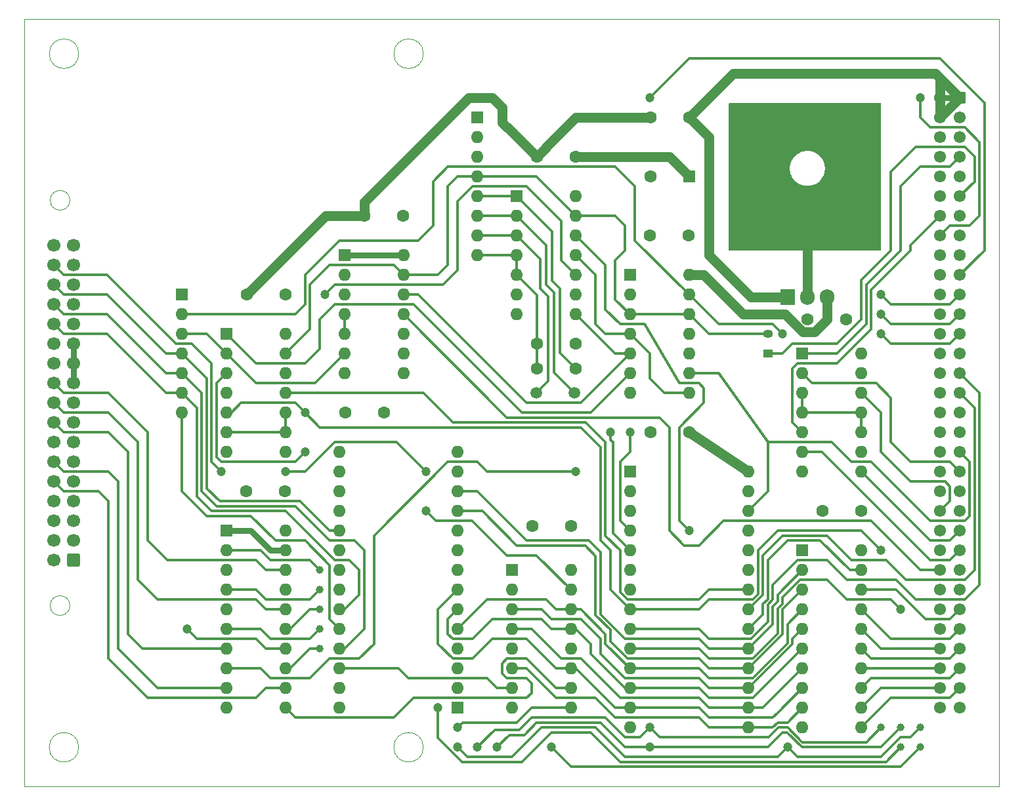
<source format=gbr>
%TF.GenerationSoftware,KiCad,Pcbnew,7.0.2-6a45011f42~172~ubuntu22.04.1*%
%TF.CreationDate,2023-05-20T19:06:31+02:00*%
%TF.ProjectId,qdisk_v4,71646973-6b5f-4763-942e-6b696361645f,00*%
%TF.SameCoordinates,Original*%
%TF.FileFunction,Copper,L1,Top*%
%TF.FilePolarity,Positive*%
%FSLAX46Y46*%
G04 Gerber Fmt 4.6, Leading zero omitted, Abs format (unit mm)*
G04 Created by KiCad (PCBNEW 7.0.2-6a45011f42~172~ubuntu22.04.1) date 2023-05-20 19:06:31*
%MOMM*%
%LPD*%
G01*
G04 APERTURE LIST*
G04 Aperture macros list*
%AMRoundRect*
0 Rectangle with rounded corners*
0 $1 Rounding radius*
0 $2 $3 $4 $5 $6 $7 $8 $9 X,Y pos of 4 corners*
0 Add a 4 corners polygon primitive as box body*
4,1,4,$2,$3,$4,$5,$6,$7,$8,$9,$2,$3,0*
0 Add four circle primitives for the rounded corners*
1,1,$1+$1,$2,$3*
1,1,$1+$1,$4,$5*
1,1,$1+$1,$6,$7*
1,1,$1+$1,$8,$9*
0 Add four rect primitives between the rounded corners*
20,1,$1+$1,$2,$3,$4,$5,0*
20,1,$1+$1,$4,$5,$6,$7,0*
20,1,$1+$1,$6,$7,$8,$9,0*
20,1,$1+$1,$8,$9,$2,$3,0*%
G04 Aperture macros list end*
%TA.AperFunction,ComponentPad*%
%ADD10R,1.905000X2.000000*%
%TD*%
%TA.AperFunction,ComponentPad*%
%ADD11O,1.905000X2.000000*%
%TD*%
%TA.AperFunction,ComponentPad*%
%ADD12C,1.600000*%
%TD*%
%TA.AperFunction,ComponentPad*%
%ADD13R,1.600000X1.600000*%
%TD*%
%TA.AperFunction,ComponentPad*%
%ADD14O,1.600000X1.600000*%
%TD*%
%TA.AperFunction,ComponentPad*%
%ADD15RoundRect,0.249999X-0.525001X0.525001X-0.525001X-0.525001X0.525001X-0.525001X0.525001X0.525001X0*%
%TD*%
%TA.AperFunction,ComponentPad*%
%ADD16C,1.550000*%
%TD*%
%TA.AperFunction,ComponentPad*%
%ADD17C,1.500000*%
%TD*%
%TA.AperFunction,ComponentPad*%
%ADD18RoundRect,0.250000X0.600000X0.600000X-0.600000X0.600000X-0.600000X-0.600000X0.600000X-0.600000X0*%
%TD*%
%TA.AperFunction,ComponentPad*%
%ADD19C,1.700000*%
%TD*%
%TA.AperFunction,ComponentPad*%
%ADD20R,1.300000X1.050000*%
%TD*%
%TA.AperFunction,ComponentPad*%
%ADD21O,1.300000X1.050000*%
%TD*%
%TA.AperFunction,ViaPad*%
%ADD22C,1.200000*%
%TD*%
%TA.AperFunction,ViaPad*%
%ADD23C,1.000000*%
%TD*%
%TA.AperFunction,Conductor*%
%ADD24C,0.350000*%
%TD*%
%TA.AperFunction,Conductor*%
%ADD25C,1.270000*%
%TD*%
%TA.AperFunction,Conductor*%
%ADD26C,0.750000*%
%TD*%
%TA.AperFunction,Profile*%
%ADD27C,0.050000*%
%TD*%
G04 APERTURE END LIST*
D10*
%TO.P,U1,1,VI*%
%TO.N,+9V*%
X170307000Y-80223000D03*
D11*
%TO.P,U1,2,GND*%
%TO.N,GND*%
X172847000Y-80223000D03*
%TO.P,U1,3,VO*%
%TO.N,+5V*%
X175387000Y-80223000D03*
%TD*%
D12*
%TO.P,C6,1*%
%TO.N,+5V*%
X157607000Y-97663000D03*
%TO.P,C6,2*%
%TO.N,GND*%
X152607000Y-97663000D03*
%TD*%
%TO.P,C3,1*%
%TO.N,+9V*%
X157607000Y-57023000D03*
%TO.P,C3,2*%
%TO.N,GND*%
X152607000Y-57023000D03*
%TD*%
D13*
%TO.P,U9,1,VPP*%
%TO.N,+5V*%
X149987000Y-102743000D03*
D14*
%TO.P,U9,2,A12*%
%TO.N,/A12*%
X149987000Y-105283000D03*
%TO.P,U9,3,A7*%
%TO.N,/A11*%
X149987000Y-107823000D03*
%TO.P,U9,4,A6*%
%TO.N,/A4*%
X149987000Y-110363000D03*
%TO.P,U9,5,A5*%
%TO.N,/A2*%
X149987000Y-112903000D03*
%TO.P,U9,6,A4*%
%TO.N,/A0*%
X149987000Y-115443000D03*
%TO.P,U9,7,A3*%
%TO.N,/A1*%
X149987000Y-117983000D03*
%TO.P,U9,8,A2*%
%TO.N,/A3*%
X149987000Y-120523000D03*
%TO.P,U9,9,A1*%
%TO.N,/A9*%
X149987000Y-123063000D03*
%TO.P,U9,10,A0*%
%TO.N,/A8*%
X149987000Y-125603000D03*
%TO.P,U9,11,D0*%
%TO.N,/D0*%
X149987000Y-128143000D03*
%TO.P,U9,12,D1*%
%TO.N,/D1*%
X149987000Y-130683000D03*
%TO.P,U9,13,D2*%
%TO.N,/D2*%
X149987000Y-133223000D03*
%TO.P,U9,14,GND*%
%TO.N,GND*%
X149987000Y-135763000D03*
%TO.P,U9,15,D3*%
%TO.N,/D3*%
X165227000Y-135763000D03*
%TO.P,U9,16,D4*%
%TO.N,/D4*%
X165227000Y-133223000D03*
%TO.P,U9,17,D5*%
%TO.N,/D5*%
X165227000Y-130683000D03*
%TO.P,U9,18,D6*%
%TO.N,/D6*%
X165227000Y-128143000D03*
%TO.P,U9,19,D7*%
%TO.N,/D7*%
X165227000Y-125603000D03*
%TO.P,U9,20,~{CE}*%
%TO.N,/ROM_CE*%
X165227000Y-123063000D03*
%TO.P,U9,21,A10*%
%TO.N,/A10*%
X165227000Y-120523000D03*
%TO.P,U9,22,~{OE}*%
%TO.N,/ROM_OE*%
X165227000Y-117983000D03*
%TO.P,U9,23,A11*%
%TO.N,/A5*%
X165227000Y-115443000D03*
%TO.P,U9,24,A9*%
%TO.N,/A6*%
X165227000Y-112903000D03*
%TO.P,U9,25,A8*%
%TO.N,/A7*%
X165227000Y-110363000D03*
%TO.P,U9,26,A13*%
%TO.N,/A13*%
X165227000Y-107823000D03*
%TO.P,U9,27,~{PGM}*%
%TO.N,/RW*%
X165227000Y-105283000D03*
%TO.P,U9,28,VCC*%
%TO.N,+5V*%
X165227000Y-102743000D03*
%TD*%
D13*
%TO.P,U5,1,A->B*%
%TO.N,/RW*%
X172197000Y-112908000D03*
D14*
%TO.P,U5,2,A0*%
%TO.N,/D7*%
X172197000Y-115448000D03*
%TO.P,U5,3,A1*%
%TO.N,/D6*%
X172197000Y-117988000D03*
%TO.P,U5,4,A2*%
%TO.N,/D0*%
X172197000Y-120528000D03*
%TO.P,U5,5,A3*%
%TO.N,/D5*%
X172197000Y-123068000D03*
%TO.P,U5,6,A4*%
%TO.N,/D1*%
X172197000Y-125608000D03*
%TO.P,U5,7,A5*%
%TO.N,/D4*%
X172197000Y-128148000D03*
%TO.P,U5,8,A6*%
%TO.N,/D2*%
X172197000Y-130688000D03*
%TO.P,U5,9,A7*%
%TO.N,/D3*%
X172197000Y-133228000D03*
%TO.P,U5,10,GND*%
%TO.N,GND*%
X172197000Y-135768000D03*
%TO.P,U5,11,B7*%
%TO.N,/Dc3*%
X179817000Y-135768000D03*
%TO.P,U5,12,B6*%
%TO.N,/Dc2*%
X179817000Y-133228000D03*
%TO.P,U5,13,B5*%
%TO.N,/Dc4*%
X179817000Y-130688000D03*
%TO.P,U5,14,B4*%
%TO.N,/Dc1*%
X179817000Y-128148000D03*
%TO.P,U5,15,B3*%
%TO.N,/Dc5*%
X179817000Y-125608000D03*
%TO.P,U5,16,B2*%
%TO.N,/Dc0*%
X179817000Y-123068000D03*
%TO.P,U5,17,B1*%
%TO.N,/Dc6*%
X179817000Y-120528000D03*
%TO.P,U5,18,B0*%
%TO.N,/Dc7*%
X179817000Y-117988000D03*
%TO.P,U5,19,CE*%
%TO.N,/ROM_CE*%
X179817000Y-115448000D03*
%TO.P,U5,20,VCC*%
%TO.N,+5V*%
X179817000Y-112908000D03*
%TD*%
D13*
%TO.P,U6,1*%
%TO.N,Net-(RP1-R3.1)*%
X135382000Y-67183000D03*
D14*
%TO.P,U6,2*%
%TO.N,Net-(RP1-R3.2)*%
X135382000Y-69723000D03*
%TO.P,U6,3*%
%TO.N,Net-(RP1-R4.1)*%
X135382000Y-72263000D03*
%TO.P,U6,4*%
%TO.N,Net-(RP1-R4.2)*%
X135382000Y-74803000D03*
%TO.P,U6,5*%
X135382000Y-77343000D03*
%TO.P,U6,6*%
%TO.N,/CLK*%
X135382000Y-79883000D03*
%TO.P,U6,7,GND*%
%TO.N,GND*%
X135382000Y-82423000D03*
%TO.P,U6,8*%
%TO.N,/notDS*%
X143002000Y-82423000D03*
%TO.P,U6,9*%
%TO.N,/DS*%
X143002000Y-79883000D03*
%TO.P,U6,10*%
%TO.N,Net-(U6-Pad10)*%
X143002000Y-77343000D03*
%TO.P,U6,11*%
%TO.N,Net-(U4-Pad4)*%
X143002000Y-74803000D03*
%TO.P,U6,12*%
%TO.N,/ROM_CE*%
X143002000Y-72263000D03*
%TO.P,U6,13*%
%TO.N,/interface_Sel*%
X143002000Y-69723000D03*
%TO.P,U6,14,VCC*%
%TO.N,+5V*%
X143002000Y-67183000D03*
%TD*%
D15*
%TO.P,J1,a1,Vin*%
%TO.N,+9V*%
X192532000Y-54483000D03*
D16*
%TO.P,J1,a2,-12V*%
%TO.N,unconnected-(J1--12V-Pada2)*%
X192532000Y-57023000D03*
%TO.P,J1,a3,+12V*%
%TO.N,unconnected-(J1-+12V-Pada3)*%
X192532000Y-59563000D03*
%TO.P,J1,a4,SP0*%
%TO.N,/SP0*%
X192532000Y-62103000D03*
%TO.P,J1,a5,SP1*%
%TO.N,/SP1*%
X192532000Y-64643000D03*
%TO.P,J1,a6,~{DSMC}*%
%TO.N,/DSMC*%
X192532000Y-67183000D03*
%TO.P,J1,a7,SP2*%
%TO.N,/SP2*%
X192532000Y-69723000D03*
%TO.P,J1,a8,~{DBG}*%
%TO.N,unconnected-(J1-~{DBG}-Pada8)*%
X192532000Y-72263000D03*
%TO.P,J1,a9,A3*%
%TO.N,/A3*%
X192532000Y-74803000D03*
%TO.P,J1,a10,A4*%
%TO.N,/A4*%
X192532000Y-77343000D03*
%TO.P,J1,a11,A5*%
%TO.N,/A5*%
X192532000Y-79883000D03*
%TO.P,J1,a12,A6*%
%TO.N,/A6*%
X192532000Y-82423000D03*
%TO.P,J1,a13,A7*%
%TO.N,/A7*%
X192532000Y-84963000D03*
%TO.P,J1,a14,A8*%
%TO.N,/A8*%
X192532000Y-87503000D03*
%TO.P,J1,a15,A9*%
%TO.N,/A9*%
X192532000Y-90043000D03*
%TO.P,J1,a16,A10*%
%TO.N,/A10*%
X192532000Y-92583000D03*
%TO.P,J1,a17,A11*%
%TO.N,/A11*%
X192532000Y-95123000D03*
%TO.P,J1,a18,A12*%
%TO.N,/A12*%
X192532000Y-97663000D03*
%TO.P,J1,a19,A13*%
%TO.N,/A13*%
X192532000Y-100203000D03*
%TO.P,J1,a20,A14*%
%TO.N,/A14*%
X192532000Y-102743000D03*
%TO.P,J1,a21,RED*%
%TO.N,unconnected-(J1-RED-Pada21)*%
X192532000Y-105283000D03*
%TO.P,J1,a22,CLKCPU*%
%TO.N,unconnected-(J1-CLKCPU-Pada22)*%
X192532000Y-107823000D03*
%TO.P,J1,a23,A16*%
%TO.N,/A16*%
X192532000Y-110363000D03*
%TO.P,J1,a24,A17*%
%TO.N,/A17*%
X192532000Y-112903000D03*
%TO.P,J1,a25,A18*%
%TO.N,/A18*%
X192532000Y-115443000D03*
%TO.P,J1,a26,A19*%
%TO.N,/A19*%
X192532000Y-117983000D03*
%TO.P,J1,a27,D7*%
%TO.N,/Dc7*%
X192532000Y-120523000D03*
%TO.P,J1,a28,D6*%
%TO.N,/Dc6*%
X192532000Y-123063000D03*
%TO.P,J1,a29,D5*%
%TO.N,/Dc5*%
X192532000Y-125603000D03*
%TO.P,J1,a30,D4*%
%TO.N,/Dc4*%
X192532000Y-128143000D03*
%TO.P,J1,a31,D3*%
%TO.N,/Dc3*%
X192532000Y-130683000D03*
%TO.P,J1,a32,GND*%
%TO.N,GND*%
X192532000Y-133223000D03*
%TO.P,J1,b1,Vin*%
%TO.N,+9V*%
X189992000Y-54483000D03*
%TO.P,J1,b2,Vin*%
X189992000Y-57023000D03*
%TO.P,J1,b3,~{EXTINT}*%
%TO.N,unconnected-(J1-~{EXTINT}-Padb3)*%
X189992000Y-59563000D03*
%TO.P,J1,b4,~{IPL1}*%
%TO.N,unconnected-(J1-~{IPL1}-Padb4)*%
X189992000Y-62103000D03*
%TO.P,J1,b5,~{BERR}*%
%TO.N,unconnected-(J1-~{BERR}-Padb5)*%
X189992000Y-64643000D03*
%TO.P,J1,b6,~{IPLO}*%
%TO.N,unconnected-(J1-~{IPLO}-Padb6)*%
X189992000Y-67183000D03*
%TO.P,J1,b7,SP3*%
%TO.N,/SP3*%
X189992000Y-69723000D03*
%TO.P,J1,b8,A2*%
%TO.N,/A2*%
X189992000Y-72263000D03*
%TO.P,J1,b9,G9*%
%TO.N,/A1*%
X189992000Y-74803000D03*
%TO.P,J1,b10,ROMOEH*%
%TO.N,unconnected-(J1-ROMOEH-Padb10)*%
X189992000Y-77343000D03*
%TO.P,J1,b11,A0*%
%TO.N,/A0*%
X189992000Y-79883000D03*
%TO.P,J1,b12,FC0*%
%TO.N,unconnected-(J1-FC0-Padb12)*%
X189992000Y-82423000D03*
%TO.P,J1,b13,FC1*%
%TO.N,unconnected-(J1-FC1-Padb13)*%
X189992000Y-84963000D03*
%TO.P,J1,b14,FC2*%
%TO.N,unconnected-(J1-FC2-Padb14)*%
X189992000Y-87503000D03*
%TO.P,J1,b15,BLUE*%
%TO.N,unconnected-(J1-BLUE-Padb15)*%
X189992000Y-90043000D03*
%TO.P,J1,b16,GREEN*%
%TO.N,unconnected-(J1-GREEN-Padb16)*%
X189992000Y-92583000D03*
%TO.P,J1,b17,~{VPA}*%
%TO.N,unconnected-(J1-~{VPA}-Padb17)*%
X189992000Y-95123000D03*
%TO.P,J1,b18,VSYNCH*%
%TO.N,unconnected-(J1-VSYNCH-Padb18)*%
X189992000Y-97663000D03*
%TO.P,J1,b19,E*%
%TO.N,unconnected-(J1-E-Padb19)*%
X189992000Y-100203000D03*
%TO.P,J1,b20,~{CSYNC}*%
%TO.N,unconnected-(J1-~{CSYNC}-Padb20)*%
X189992000Y-102743000D03*
%TO.P,J1,b21,~{RESETCPU}*%
%TO.N,/RESET*%
X189992000Y-105283000D03*
%TO.P,J1,b22,A15*%
%TO.N,/A15*%
X189992000Y-107823000D03*
%TO.P,J1,b23,~{BR}*%
%TO.N,unconnected-(J1-~{BR}-Padb23)*%
X189992000Y-110363000D03*
%TO.P,J1,b24,~{BG}*%
%TO.N,unconnected-(J1-~{BG}-Padb24)*%
X189992000Y-112903000D03*
%TO.P,J1,b25,~{DTACK}*%
%TO.N,/DTACKL*%
X189992000Y-115443000D03*
%TO.P,J1,b26,~{DRW}*%
%TO.N,/RW*%
X189992000Y-117983000D03*
%TO.P,J1,b27,~{DS}*%
%TO.N,/DS*%
X189992000Y-120523000D03*
%TO.P,J1,b28,~{AS}*%
%TO.N,unconnected-(J1-~{AS}-Padb28)*%
X189992000Y-123063000D03*
%TO.P,J1,b29,D0*%
%TO.N,/Dc0*%
X189992000Y-125603000D03*
%TO.P,J1,b30,D1*%
%TO.N,/Dc1*%
X189992000Y-128143000D03*
%TO.P,J1,b31,D2*%
%TO.N,/Dc2*%
X189992000Y-130683000D03*
%TO.P,J1,b32,GND*%
%TO.N,GND*%
X189992000Y-133223000D03*
%TD*%
D17*
%TO.P,Y1,1,1*%
%TO.N,Net-(RP1-R4.1)*%
X137922000Y-92553000D03*
%TO.P,Y1,2,2*%
%TO.N,Net-(RP1-R3.2)*%
X142822000Y-92553000D03*
%TD*%
D13*
%TO.P,U8,1,OEa*%
%TO.N,GND*%
X97917000Y-110363000D03*
D14*
%TO.P,U8,2,I0a*%
%TO.N,/FDC_STEP*%
X97917000Y-112903000D03*
%TO.P,U8,3,O3b*%
%TO.N,/HEAD*%
X97917000Y-115443000D03*
%TO.P,U8,4,I1a*%
%TO.N,/FDC_DIR*%
X97917000Y-117983000D03*
%TO.P,U8,5,O2b*%
%TO.N,/GATE_WR*%
X97917000Y-120523000D03*
%TO.P,U8,6,I2a*%
%TO.N,/FDC_WD*%
X97917000Y-123063000D03*
%TO.P,U8,7,O1b*%
%TO.N,/MOTOR_ON*%
X97917000Y-125603000D03*
%TO.P,U8,8,I3a*%
%TO.N,/iDS_0*%
X97917000Y-128143000D03*
%TO.P,U8,9,O0b*%
%TO.N,/DS1*%
X97917000Y-130683000D03*
%TO.P,U8,10,GND*%
%TO.N,GND*%
X97917000Y-133223000D03*
%TO.P,U8,11,I0b*%
%TO.N,/iDS_1*%
X105537000Y-133223000D03*
%TO.P,U8,12,O3a*%
%TO.N,/DS0*%
X105537000Y-130683000D03*
%TO.P,U8,13,I1b*%
%TO.N,/iMOT*%
X105537000Y-128143000D03*
%TO.P,U8,14,O2a*%
%TO.N,/DATA_WR*%
X105537000Y-125603000D03*
%TO.P,U8,15,I2b*%
%TO.N,/FDC_WG*%
X105537000Y-123063000D03*
%TO.P,U8,16,O1a*%
%TO.N,/DIR*%
X105537000Y-120523000D03*
%TO.P,U8,17,I3b*%
%TO.N,/iHD*%
X105537000Y-117983000D03*
%TO.P,U8,18,O0a*%
%TO.N,/STEP*%
X105537000Y-115443000D03*
%TO.P,U8,19,OEb*%
%TO.N,GND*%
X105537000Y-112903000D03*
%TO.P,U8,20,VCC*%
%TO.N,+5V*%
X105537000Y-110363000D03*
%TD*%
D18*
%TO.P,J2,1,Pin_1*%
%TO.N,GND*%
X78232000Y-114173000D03*
D19*
%TO.P,J2,2,Pin_2*%
%TO.N,unconnected-(J2-Pin_2-Pad2)*%
X75692000Y-114173000D03*
%TO.P,J2,3,Pin_3*%
%TO.N,GND*%
X78232000Y-111633000D03*
%TO.P,J2,4,Pin_4*%
%TO.N,unconnected-(J2-Pin_4-Pad4)*%
X75692000Y-111633000D03*
%TO.P,J2,5,Pin_5*%
%TO.N,GND*%
X78232000Y-109093000D03*
%TO.P,J2,6,Pin_6*%
%TO.N,unconnected-(J2-Pin_6-Pad6)*%
X75692000Y-109093000D03*
%TO.P,J2,7,Pin_7*%
%TO.N,GND*%
X78232000Y-106553000D03*
%TO.P,J2,8,Pin_8*%
%TO.N,/FDC_IP*%
X75692000Y-106553000D03*
%TO.P,J2,9,Pin_9*%
%TO.N,GND*%
X78232000Y-104013000D03*
%TO.P,J2,10,Pin_10*%
%TO.N,/DS0*%
X75692000Y-104013000D03*
%TO.P,J2,11,Pin_11*%
%TO.N,GND*%
X78232000Y-101473000D03*
%TO.P,J2,12,Pin_12*%
%TO.N,/DS1*%
X75692000Y-101473000D03*
%TO.P,J2,13,Pin_13*%
%TO.N,GND*%
X78232000Y-98933000D03*
%TO.P,J2,14,Pin_14*%
%TO.N,/DS2*%
X75692000Y-98933000D03*
%TO.P,J2,15,Pin_15*%
%TO.N,GND*%
X78232000Y-96393000D03*
%TO.P,J2,16,Pin_16*%
%TO.N,/MOTOR_ON*%
X75692000Y-96393000D03*
%TO.P,J2,17,Pin_17*%
%TO.N,GND*%
X78232000Y-93853000D03*
%TO.P,J2,18,Pin_18*%
%TO.N,/DIR*%
X75692000Y-93853000D03*
%TO.P,J2,19,Pin_19*%
%TO.N,GND*%
X78232000Y-91313000D03*
%TO.P,J2,20,Pin_20*%
%TO.N,/STEP*%
X75692000Y-91313000D03*
%TO.P,J2,21,Pin_21*%
%TO.N,GND*%
X78232000Y-88773000D03*
%TO.P,J2,22,Pin_22*%
%TO.N,/DATA_WR*%
X75692000Y-88773000D03*
%TO.P,J2,23,Pin_23*%
%TO.N,GND*%
X78232000Y-86233000D03*
%TO.P,J2,24,Pin_24*%
%TO.N,/GATE_WR*%
X75692000Y-86233000D03*
%TO.P,J2,25,Pin_25*%
%TO.N,GND*%
X78232000Y-83693000D03*
%TO.P,J2,26,Pin_26*%
%TO.N,/FDC_T0*%
X75692000Y-83693000D03*
%TO.P,J2,27,Pin_27*%
%TO.N,GND*%
X78232000Y-81153000D03*
%TO.P,J2,28,Pin_28*%
%TO.N,/FDC_WRP*%
X75692000Y-81153000D03*
%TO.P,J2,29,Pin_29*%
%TO.N,GND*%
X78232000Y-78613000D03*
%TO.P,J2,30,Pin_30*%
%TO.N,/DATA_RD*%
X75692000Y-78613000D03*
%TO.P,J2,31,Pin_31*%
%TO.N,GND*%
X78232000Y-76073000D03*
%TO.P,J2,32,Pin_32*%
%TO.N,/HEAD*%
X75692000Y-76073000D03*
%TO.P,J2,33,Pin_33*%
%TO.N,GND*%
X78232000Y-73533000D03*
%TO.P,J2,34,Pin_34*%
%TO.N,unconnected-(J2-Pin_34-Pad34)*%
X75692000Y-73533000D03*
%TD*%
D12*
%TO.P,C5,1*%
%TO.N,+5V*%
X157567000Y-72263000D03*
%TO.P,C5,2*%
%TO.N,GND*%
X152567000Y-72263000D03*
%TD*%
%TO.P,C12,1*%
%TO.N,+5V*%
X118237000Y-95123000D03*
%TO.P,C12,2*%
%TO.N,GND*%
X113237000Y-95123000D03*
%TD*%
D13*
%TO.P,U4,1*%
%TO.N,/A18*%
X149987000Y-77343000D03*
D14*
%TO.P,U4,2*%
%TO.N,/A19*%
X149987000Y-79883000D03*
%TO.P,U4,3*%
%TO.N,/interface_Sel*%
X149987000Y-82423000D03*
%TO.P,U4,4*%
%TO.N,Net-(U4-Pad4)*%
X149987000Y-84963000D03*
%TO.P,U4,5*%
%TO.N,/notDS*%
X149987000Y-87503000D03*
%TO.P,U4,6*%
%TO.N,/NOSE_6*%
X149987000Y-90043000D03*
%TO.P,U4,7,GND*%
%TO.N,GND*%
X149987000Y-92583000D03*
%TO.P,U4,8*%
%TO.N,Net-(U4-Pad4)*%
X157607000Y-92583000D03*
%TO.P,U4,9*%
%TO.N,/A13*%
X157607000Y-90043000D03*
%TO.P,U4,10*%
%TO.N,/A12*%
X157607000Y-87503000D03*
%TO.P,U4,11*%
%TO.N,/A11*%
X157607000Y-84963000D03*
%TO.P,U4,12*%
%TO.N,/interface_Sel*%
X157607000Y-82423000D03*
%TO.P,U4,13*%
%TO.N,/XOR_PULLUP*%
X157607000Y-79883000D03*
%TO.P,U4,14,VCC*%
%TO.N,+5V*%
X157607000Y-77343000D03*
%TD*%
D13*
%TO.P,U10,1,~{CS}*%
%TO.N,/FDCON_CS*%
X127762000Y-133223000D03*
D14*
%TO.P,U10,2,R/~{W}*%
%TO.N,/RW*%
X127762000Y-130683000D03*
%TO.P,U10,3,A0*%
%TO.N,/A1*%
X127762000Y-128143000D03*
%TO.P,U10,4,A1*%
%TO.N,/A0*%
X127762000Y-125603000D03*
%TO.P,U10,5,DI0*%
%TO.N,/D0*%
X127762000Y-123063000D03*
%TO.P,U10,6,DI1*%
%TO.N,/D1*%
X127762000Y-120523000D03*
%TO.P,U10,7,DI2*%
%TO.N,/D2*%
X127762000Y-117983000D03*
%TO.P,U10,8,DI3*%
%TO.N,/D3*%
X127762000Y-115443000D03*
%TO.P,U10,9,DI4*%
%TO.N,/D4*%
X127762000Y-112903000D03*
%TO.P,U10,10,DI5*%
%TO.N,/D5*%
X127762000Y-110363000D03*
%TO.P,U10,11,DI6*%
%TO.N,/D6*%
X127762000Y-107823000D03*
%TO.P,U10,12,DI7*%
%TO.N,/D7*%
X127762000Y-105283000D03*
%TO.P,U10,13,~{MR}*%
%TO.N,/RESET*%
X127762000Y-102743000D03*
%TO.P,U10,14,GND*%
%TO.N,GND*%
X127762000Y-100203000D03*
%TO.P,U10,15,VCC*%
%TO.N,+5V*%
X112522000Y-100203000D03*
%TO.P,U10,16,STEP*%
%TO.N,/FDC_STEP*%
X112522000Y-102743000D03*
%TO.P,U10,17,DIRC*%
%TO.N,/FDC_DIR*%
X112522000Y-105283000D03*
%TO.P,U10,18,CLK*%
%TO.N,/CLK*%
X112522000Y-107823000D03*
%TO.P,U10,19,~{RD}*%
%TO.N,/DATA_RD*%
X112522000Y-110363000D03*
%TO.P,U10,20,MOTOR*%
%TO.N,unconnected-(U10-MOTOR-Pad20)*%
X112522000Y-112903000D03*
%TO.P,U10,21,WG*%
%TO.N,/FDC_WG*%
X112522000Y-115443000D03*
%TO.P,U10,22,WD*%
%TO.N,/FDC_WD*%
X112522000Y-117983000D03*
%TO.P,U10,23,~{TR00}*%
%TO.N,/FDC_T0*%
X112522000Y-120523000D03*
%TO.P,U10,24,~{IP}*%
%TO.N,/FDC_IP*%
X112522000Y-123063000D03*
%TO.P,U10,25,~{WPRT}*%
%TO.N,/FDC_WRP*%
X112522000Y-125603000D03*
%TO.P,U10,26,~{DDEN}*%
%TO.N,/FDCON_DEN*%
X112522000Y-128143000D03*
%TO.P,U10,27,DRQ*%
%TO.N,unconnected-(U10-DRQ-Pad27)*%
X112522000Y-130683000D03*
%TO.P,U10,28,INTRQ*%
%TO.N,unconnected-(U10-INTRQ-Pad28)*%
X112522000Y-133223000D03*
%TD*%
D13*
%TO.P,C4,1*%
%TO.N,+5V*%
X157607000Y-64643000D03*
D12*
%TO.P,C4,2*%
%TO.N,GND*%
X152607000Y-64643000D03*
%TD*%
%TO.P,C14,1*%
%TO.N,+5V*%
X105457000Y-105283000D03*
%TO.P,C14,2*%
%TO.N,GND*%
X100457000Y-105283000D03*
%TD*%
D13*
%TO.P,RP1,1,R1.1*%
%TO.N,+5V*%
X130302000Y-57023000D03*
D14*
%TO.P,RP1,2,R1.2*%
%TO.N,/interface_Sel*%
X130302000Y-59563000D03*
%TO.P,RP1,3,R2.1*%
%TO.N,+5V*%
X130302000Y-62103000D03*
%TO.P,RP1,4,R2.2*%
%TO.N,/interface_Sel*%
X130302000Y-64643000D03*
%TO.P,RP1,5,R3.1*%
%TO.N,Net-(RP1-R3.1)*%
X130302000Y-67183000D03*
%TO.P,RP1,6,R3.2*%
%TO.N,Net-(RP1-R3.2)*%
X130302000Y-69723000D03*
%TO.P,RP1,7,R4.1*%
%TO.N,Net-(RP1-R4.1)*%
X130302000Y-72263000D03*
%TO.P,RP1,8,R4.2*%
%TO.N,Net-(RP1-R4.2)*%
X130302000Y-74803000D03*
%TD*%
D12*
%TO.P,C8,1*%
%TO.N,Net-(RP1-R4.2)*%
X138002000Y-86233000D03*
%TO.P,C8,2*%
%TO.N,GND*%
X143002000Y-86233000D03*
%TD*%
D13*
%TO.P,RP2,1,common*%
%TO.N,+5V*%
X92202000Y-79883000D03*
D14*
%TO.P,RP2,2,R1*%
%TO.N,/XOR_PULLUP*%
X92202000Y-82423000D03*
%TO.P,RP2,3,R2*%
%TO.N,/NOSE_7*%
X92202000Y-84963000D03*
%TO.P,RP2,4,R3*%
%TO.N,/DATA_RD*%
X92202000Y-87503000D03*
%TO.P,RP2,5,R4*%
%TO.N,/FDC_WRP*%
X92202000Y-90043000D03*
%TO.P,RP2,6,R5*%
%TO.N,/FDC_T0*%
X92202000Y-92583000D03*
%TO.P,RP2,7,R6*%
%TO.N,/FDC_IP*%
X92202000Y-95123000D03*
%TD*%
D12*
%TO.P,C2,1*%
%TO.N,+5V*%
X179832000Y-107823000D03*
%TO.P,C2,2*%
%TO.N,GND*%
X174832000Y-107823000D03*
%TD*%
%TO.P,C1,1*%
%TO.N,+5V*%
X177887000Y-83058000D03*
%TO.P,C1,2*%
%TO.N,GND*%
X172887000Y-83058000D03*
%TD*%
D13*
%TO.P,U7,1*%
%TO.N,/NOSE_6*%
X97917000Y-84958000D03*
D14*
%TO.P,U7,2*%
%TO.N,/NOSE_7*%
X97917000Y-87498000D03*
%TO.P,U7,3*%
%TO.N,/FDCON_CS*%
X97917000Y-90038000D03*
%TO.P,U7,4*%
%TO.N,/NOSE_6*%
X97917000Y-92578000D03*
%TO.P,U7,5*%
%TO.N,/A3*%
X97917000Y-95118000D03*
%TO.P,U7,6*%
%TO.N,Net-(U7-Pad10)*%
X97917000Y-97658000D03*
%TO.P,U7,7,GND*%
%TO.N,GND*%
X97917000Y-100198000D03*
%TO.P,U7,8*%
%TO.N,/FDSET_CS*%
X105537000Y-100198000D03*
%TO.P,U7,9*%
%TO.N,Net-(U7-Pad10)*%
X105537000Y-97658000D03*
%TO.P,U7,10*%
X105537000Y-95118000D03*
%TO.P,U7,11*%
%TO.N,/ROM_OE*%
X105537000Y-92578000D03*
%TO.P,U7,12*%
%TO.N,Net-(U6-Pad10)*%
X105537000Y-90038000D03*
%TO.P,U7,13*%
%TO.N,/interface_Sel*%
X105537000Y-87498000D03*
%TO.P,U7,14,VCC*%
%TO.N,+5V*%
X105537000Y-84958000D03*
%TD*%
D12*
%TO.P,C10,1*%
%TO.N,+5V*%
X142367000Y-109728000D03*
%TO.P,C10,2*%
%TO.N,GND*%
X137367000Y-109728000D03*
%TD*%
D20*
%TO.P,Q1,1,E*%
%TO.N,/DSMC*%
X167767000Y-87503000D03*
D21*
%TO.P,Q1,2,B*%
%TO.N,/interface_Sel*%
X167767000Y-84963000D03*
%TO.P,Q1,3,C*%
%TO.N,+5V*%
X167767000Y-82423000D03*
%TD*%
D12*
%TO.P,C9,1*%
%TO.N,Net-(RP1-R4.2)*%
X138002000Y-89408000D03*
%TO.P,C9,2*%
%TO.N,Net-(RP1-R3.1)*%
X143002000Y-89408000D03*
%TD*%
D13*
%TO.P,U3,1*%
%TO.N,+5V*%
X113157000Y-74803000D03*
D14*
%TO.P,U3,2*%
X113157000Y-77343000D03*
%TO.P,U3,3*%
%TO.N,unconnected-(U3-Pad3)*%
X113157000Y-79883000D03*
%TO.P,U3,4*%
%TO.N,/A3*%
X113157000Y-82423000D03*
%TO.P,U3,5*%
X113157000Y-84963000D03*
%TO.P,U3,6*%
%TO.N,/NOSE_7*%
X113157000Y-87503000D03*
%TO.P,U3,7,GND*%
%TO.N,GND*%
X113157000Y-90043000D03*
%TO.P,U3,8*%
%TO.N,unconnected-(U3-Pad8)*%
X120777000Y-90043000D03*
%TO.P,U3,9*%
%TO.N,+5V*%
X120777000Y-87503000D03*
%TO.P,U3,10*%
X120777000Y-84963000D03*
%TO.P,U3,11*%
%TO.N,/DTACKL*%
X120777000Y-82423000D03*
%TO.P,U3,12*%
%TO.N,/notDS*%
X120777000Y-79883000D03*
%TO.P,U3,13*%
%TO.N,/interface_Sel*%
X120777000Y-77343000D03*
%TO.P,U3,14,VCC*%
%TO.N,+5V*%
X120777000Y-74803000D03*
%TD*%
D12*
%TO.P,C11,1*%
%TO.N,+5V*%
X120737000Y-69723000D03*
%TO.P,C11,2*%
%TO.N,GND*%
X115737000Y-69723000D03*
%TD*%
%TO.P,C7,1*%
%TO.N,+5V*%
X143002000Y-62103000D03*
%TO.P,C7,2*%
%TO.N,GND*%
X138002000Y-62103000D03*
%TD*%
D13*
%TO.P,U11,1,~{Mr}*%
%TO.N,/RESET*%
X134747000Y-115443000D03*
D14*
%TO.P,U11,2,Q0*%
%TO.N,unconnected-(U11-Q0-Pad2)*%
X134747000Y-117983000D03*
%TO.P,U11,3,D0*%
%TO.N,/D5*%
X134747000Y-120523000D03*
%TO.P,U11,4,D1*%
%TO.N,/D4*%
X134747000Y-123063000D03*
%TO.P,U11,5,Q1*%
%TO.N,/iMOT*%
X134747000Y-125603000D03*
%TO.P,U11,6,D2*%
%TO.N,/D3*%
X134747000Y-128143000D03*
%TO.P,U11,7,Q2*%
%TO.N,/FDCON_DEN*%
X134747000Y-130683000D03*
%TO.P,U11,8,GND*%
%TO.N,GND*%
X134747000Y-133223000D03*
%TO.P,U11,9,Cp*%
%TO.N,/FDSET_CS*%
X142367000Y-133223000D03*
%TO.P,U11,10,Q3*%
%TO.N,/iDS_1*%
X142367000Y-130683000D03*
%TO.P,U11,11,D3*%
%TO.N,/D2*%
X142367000Y-128143000D03*
%TO.P,U11,12,Q4*%
%TO.N,/iDS_0*%
X142367000Y-125603000D03*
%TO.P,U11,13,D4*%
%TO.N,/D1*%
X142367000Y-123063000D03*
%TO.P,U11,14,D5*%
%TO.N,/D0*%
X142367000Y-120523000D03*
%TO.P,U11,15,Q5*%
%TO.N,/iHD*%
X142367000Y-117983000D03*
%TO.P,U11,16,VCC*%
%TO.N,+5V*%
X142367000Y-115443000D03*
%TD*%
D12*
%TO.P,C13,1*%
%TO.N,+5V*%
X105537000Y-79883000D03*
%TO.P,C13,2*%
%TO.N,GND*%
X100537000Y-79883000D03*
%TD*%
D13*
%TO.P,U2,1*%
%TO.N,/SP0*%
X172212000Y-87503000D03*
D14*
%TO.P,U2,2*%
%TO.N,/A14*%
X172212000Y-90043000D03*
%TO.P,U2,3*%
%TO.N,/XOR_PULLUP*%
X172212000Y-92583000D03*
%TO.P,U2,4*%
X172212000Y-95123000D03*
%TO.P,U2,5*%
%TO.N,/SP3*%
X172212000Y-97663000D03*
%TO.P,U2,6*%
%TO.N,/A17*%
X172212000Y-100203000D03*
%TO.P,U2,7,GND*%
%TO.N,GND*%
X172212000Y-102743000D03*
%TO.P,U2,8*%
%TO.N,/A16*%
X179832000Y-102743000D03*
%TO.P,U2,9*%
%TO.N,/SP2*%
X179832000Y-100203000D03*
%TO.P,U2,10*%
%TO.N,/XOR_PULLUP*%
X179832000Y-97663000D03*
%TO.P,U2,11*%
X179832000Y-95123000D03*
%TO.P,U2,12*%
%TO.N,/A15*%
X179832000Y-92583000D03*
%TO.P,U2,13*%
%TO.N,/SP1*%
X179832000Y-90043000D03*
%TO.P,U2,14,VCC*%
%TO.N,+5V*%
X179832000Y-87503000D03*
%TD*%
D22*
%TO.N,/A3*%
X108077000Y-95123000D03*
X182372000Y-112903000D03*
%TO.N,/A4*%
X152527000Y-54483000D03*
X149987000Y-97663000D03*
%TO.N,/A5*%
X182372000Y-79883000D03*
%TO.N,/A6*%
X182372000Y-82423000D03*
%TO.N,/A7*%
X182372000Y-84963000D03*
%TO.N,/A8*%
X184912000Y-120523000D03*
%TO.N,/A2*%
X187452000Y-54483000D03*
X147447000Y-97663000D03*
D23*
%TO.N,/A1*%
X182372000Y-135763000D03*
D22*
X152527000Y-135763000D03*
X130302000Y-138303000D03*
%TO.N,/A0*%
X152527000Y-138303000D03*
D23*
X184912000Y-135763000D03*
D22*
X132842000Y-138303000D03*
D23*
%TO.N,/RESET*%
X184912000Y-138303000D03*
D22*
X125222000Y-133223000D03*
%TO.N,/RW*%
X170307000Y-138303000D03*
D23*
X187452000Y-135763000D03*
D22*
X127762000Y-138303000D03*
D23*
%TO.N,/DS*%
X187452000Y-138303000D03*
D22*
X139827000Y-138303000D03*
%TO.N,/DATA_WR*%
X92837000Y-123063000D03*
%TO.N,/HEAD*%
X97282000Y-102743000D03*
%TO.N,/FDCON_CS*%
X108077000Y-100203000D03*
%TO.N,/FDSET_CS*%
X127762000Y-135763000D03*
%TO.N,/ROM_CE*%
X157607000Y-110363000D03*
%TO.N,/XOR_PULLUP*%
X169672000Y-84963000D03*
%TO.N,Net-(U6-Pad10)*%
X110617000Y-79883000D03*
D23*
%TO.N,/FDC_STEP*%
X109982000Y-115443000D03*
%TO.N,/FDC_DIR*%
X109982000Y-117983000D03*
%TO.N,/FDC_WD*%
X109982000Y-123063000D03*
%TO.N,/FDC_WG*%
X109982000Y-120523000D03*
%TO.N,/iMOT*%
X109982000Y-125603000D03*
D22*
%TO.N,/iHD*%
X123698000Y-107823000D03*
X105537000Y-102743000D03*
X123698000Y-102743000D03*
%TO.N,/iDS_0*%
X143002000Y-102743000D03*
%TD*%
D24*
%TO.N,/FDC_T0*%
X82550000Y-84963000D02*
X76962000Y-84963000D01*
X92202000Y-92583000D02*
X90170000Y-92583000D01*
X90170000Y-92583000D02*
X82550000Y-84963000D01*
X76962000Y-84963000D02*
X75692000Y-83693000D01*
%TO.N,/FDC_WRP*%
X76962000Y-82423000D02*
X82550000Y-82423000D01*
X92202000Y-90043000D02*
X90170000Y-90043000D01*
X90170000Y-90043000D02*
X82550000Y-82423000D01*
%TO.N,/HEAD*%
X75692000Y-76073000D02*
X76962000Y-77343000D01*
X76962000Y-77343000D02*
X82550000Y-77343000D01*
X96012000Y-88773000D02*
X96012000Y-101473000D01*
X96012000Y-101473000D02*
X97282000Y-102743000D01*
X82550000Y-77343000D02*
X91440000Y-86233000D01*
X93472000Y-86233000D02*
X96012000Y-88773000D01*
X91440000Y-86233000D02*
X93472000Y-86233000D01*
%TO.N,/DATA_RD*%
X76962000Y-79883000D02*
X82550000Y-79883000D01*
X92202000Y-87503000D02*
X90170000Y-87503000D01*
X90170000Y-87503000D02*
X82550000Y-79883000D01*
X95377000Y-90678000D02*
X95377000Y-104888990D01*
X92202000Y-87503000D02*
X95377000Y-90678000D01*
%TO.N,/FDC_WRP*%
X94742000Y-92837000D02*
X94742000Y-105283000D01*
X92202000Y-90043000D02*
X94742000Y-92583000D01*
X94742000Y-92583000D02*
X94742000Y-92837000D01*
%TO.N,/FDC_T0*%
X94107000Y-94742000D02*
X94107000Y-105918000D01*
X92202000Y-92583000D02*
X94107000Y-94488000D01*
X94107000Y-94488000D02*
X94107000Y-94742000D01*
%TO.N,/FDC_IP*%
X92202000Y-95123000D02*
X92202000Y-105283000D01*
X92202000Y-105283000D02*
X95377000Y-108458000D01*
X101092000Y-108458000D02*
X104267000Y-111633000D01*
X104267000Y-111633000D02*
X108077000Y-111633000D01*
X95377000Y-108458000D02*
X101092000Y-108458000D01*
X108077000Y-111633000D02*
X111252000Y-114808000D01*
X111252000Y-114808000D02*
X111252000Y-121793000D01*
X111252000Y-121793000D02*
X112522000Y-123063000D01*
D25*
%TO.N,GND*%
X115737000Y-69723000D02*
X115737000Y-67905000D01*
X115737000Y-67905000D02*
X129159000Y-54483000D01*
X129159000Y-54483000D02*
X132207000Y-54483000D01*
X132207000Y-54483000D02*
X133477000Y-55753000D01*
X133477000Y-55753000D02*
X133477000Y-57658000D01*
X133477000Y-57658000D02*
X134112000Y-58293000D01*
X134112000Y-58293000D02*
X134192000Y-58293000D01*
X134192000Y-58293000D02*
X138002000Y-62103000D01*
X172847000Y-80223000D02*
X172847000Y-73406000D01*
X143002000Y-57023000D02*
X139192000Y-60833000D01*
X139192000Y-60833000D02*
X139192000Y-60913000D01*
D26*
X101092000Y-110363000D02*
X97917000Y-110363000D01*
D25*
X143002000Y-57023000D02*
X152607000Y-57023000D01*
X139192000Y-60913000D02*
X138002000Y-62103000D01*
X110697000Y-69723000D02*
X100537000Y-79883000D01*
D26*
X103632000Y-112903000D02*
X101092000Y-110363000D01*
D25*
X110697000Y-69723000D02*
X115737000Y-69723000D01*
D26*
X78232000Y-86233000D02*
X78232000Y-91313000D01*
X105537000Y-112903000D02*
X103632000Y-112903000D01*
D25*
%TO.N,+9V*%
X189992000Y-57023000D02*
X189992000Y-54483000D01*
X189992000Y-51943000D02*
X189992000Y-54483000D01*
X163322000Y-51308000D02*
X157607000Y-57023000D01*
X157607000Y-57023000D02*
X160147000Y-59563000D01*
X192532000Y-54483000D02*
X189992000Y-51943000D01*
X192532000Y-54483000D02*
X189992000Y-57023000D01*
X165567000Y-80223000D02*
X170307000Y-80223000D01*
X160147000Y-59563000D02*
X160147000Y-74803000D01*
X163322000Y-51308000D02*
X189357000Y-51308000D01*
D26*
X189992000Y-54483000D02*
X192532000Y-54483000D01*
D25*
X160147000Y-74803000D02*
X165567000Y-80223000D01*
X189992000Y-51943000D02*
X189357000Y-51308000D01*
D24*
%TO.N,/SP0*%
X192532000Y-62103000D02*
X191262000Y-63373000D01*
X191262000Y-63373000D02*
X187452000Y-63373000D01*
X176657000Y-87503000D02*
X172212000Y-87503000D01*
X180467000Y-78613000D02*
X180467000Y-83693000D01*
X184912000Y-74168000D02*
X180467000Y-78613000D01*
X187452000Y-63373000D02*
X184912000Y-65913000D01*
X184912000Y-65913000D02*
X184912000Y-74168000D01*
X180467000Y-83693000D02*
X176657000Y-87503000D01*
%TO.N,/DSMC*%
X193167000Y-60833000D02*
X186817000Y-60833000D01*
X186817000Y-60833000D02*
X183642000Y-64008000D01*
X179832000Y-83058000D02*
X176657000Y-86233000D01*
X176657000Y-86233000D02*
X170942000Y-86233000D01*
X192532000Y-67183000D02*
X194437000Y-65278000D01*
X194437000Y-62103000D02*
X193167000Y-60833000D01*
X194437000Y-65278000D02*
X194437000Y-62103000D01*
X183642000Y-74168000D02*
X179832000Y-77978000D01*
X183642000Y-64008000D02*
X183642000Y-74168000D01*
X169672000Y-87503000D02*
X167767000Y-87503000D01*
X179832000Y-77978000D02*
X179832000Y-83058000D01*
X170942000Y-86233000D02*
X169672000Y-87503000D01*
%TO.N,/A3*%
X106807000Y-93853000D02*
X99822000Y-93853000D01*
X179832000Y-110363000D02*
X182372000Y-112903000D01*
X166497000Y-118545894D02*
X166497000Y-112903000D01*
X166497000Y-112903000D02*
X169037000Y-110363000D01*
X143637000Y-97028000D02*
X146177000Y-99568000D01*
X98557000Y-95118000D02*
X99822000Y-93853000D01*
X149987000Y-120523000D02*
X158877000Y-120523000D01*
X147447000Y-112903000D02*
X147447000Y-117983000D01*
X160147000Y-119253000D02*
X165789894Y-119253000D01*
X158877000Y-120523000D02*
X160147000Y-119253000D01*
X113157000Y-82423000D02*
X113157000Y-84963000D01*
X146177000Y-99568000D02*
X146177000Y-111633000D01*
X165789894Y-119253000D02*
X166497000Y-118545894D01*
X108077000Y-95123000D02*
X106807000Y-93853000D01*
X109982000Y-97028000D02*
X143637000Y-97028000D01*
X147447000Y-117983000D02*
X149987000Y-120523000D01*
X146177000Y-111633000D02*
X147447000Y-112903000D01*
X169037000Y-110363000D02*
X179832000Y-110363000D01*
X108077000Y-95123000D02*
X109982000Y-97028000D01*
%TO.N,/A4*%
X195707000Y-74168000D02*
X192532000Y-77343000D01*
X148717000Y-109093000D02*
X148717000Y-101473000D01*
X157607000Y-49403000D02*
X189992000Y-49403000D01*
X148717000Y-109093000D02*
X149987000Y-110363000D01*
X152527000Y-54483000D02*
X157607000Y-49403000D01*
X149987000Y-100203000D02*
X148717000Y-101473000D01*
X189992000Y-49403000D02*
X195707000Y-55118000D01*
X195707000Y-55118000D02*
X195707000Y-74168000D01*
X149987000Y-97663000D02*
X149987000Y-100203000D01*
%TO.N,/A5*%
X192532000Y-79883000D02*
X191262000Y-81153000D01*
X191262000Y-81153000D02*
X183642000Y-81153000D01*
X183642000Y-81153000D02*
X182372000Y-79883000D01*
%TO.N,/A6*%
X183642000Y-83693000D02*
X182372000Y-82423000D01*
X191262000Y-83693000D02*
X183642000Y-83693000D01*
X192532000Y-82423000D02*
X191262000Y-83693000D01*
%TO.N,/A7*%
X183642000Y-86233000D02*
X182372000Y-84963000D01*
X192532000Y-84963000D02*
X191262000Y-86233000D01*
X191262000Y-86233000D02*
X183642000Y-86233000D01*
%TO.N,/A8*%
X184912000Y-120523000D02*
X183642000Y-119253000D01*
X169630947Y-119846947D02*
X169037000Y-120440894D01*
X169037000Y-123625894D02*
X165789894Y-126873000D01*
X171881009Y-116713000D02*
X169630947Y-118963062D01*
X183642000Y-119253000D02*
X177927000Y-119253000D01*
X165789894Y-126873000D02*
X160147000Y-126873000D01*
X169630947Y-118963062D02*
X169630947Y-119846947D01*
X158877000Y-125603000D02*
X149987000Y-125603000D01*
X177927000Y-119253000D02*
X175387000Y-116713000D01*
X175387000Y-116713000D02*
X171881009Y-116713000D01*
X160147000Y-126873000D02*
X158877000Y-125603000D01*
X169037000Y-120440894D02*
X169037000Y-123625894D01*
%TO.N,/A9*%
X158877000Y-123063000D02*
X149987000Y-123063000D01*
X195072000Y-117348000D02*
X193167000Y-119253000D01*
X160147000Y-124333000D02*
X158877000Y-123063000D01*
X177927000Y-116713000D02*
X175387000Y-114173000D01*
X175387000Y-114173000D02*
X171577000Y-114173000D01*
X186817000Y-119253000D02*
X184277000Y-116713000D01*
X167767000Y-119888000D02*
X167767000Y-122113992D01*
X168402000Y-117348000D02*
X168402000Y-119253000D01*
X184277000Y-116713000D02*
X177927000Y-116713000D01*
X193167000Y-119253000D02*
X186817000Y-119253000D01*
X195072000Y-92583000D02*
X195072000Y-117348000D01*
X192532000Y-90043000D02*
X195072000Y-92583000D01*
X171577000Y-114173000D02*
X168402000Y-117348000D01*
X165547991Y-124333000D02*
X160147000Y-124333000D01*
X167767000Y-122113992D02*
X165547991Y-124333000D01*
X168402000Y-119253000D02*
X167767000Y-119888000D01*
%TO.N,/A10*%
X183007000Y-114173000D02*
X178562000Y-114173000D01*
X193167000Y-116713000D02*
X185547000Y-116713000D01*
X167132000Y-118618000D02*
X165227000Y-120523000D01*
X194437000Y-94488000D02*
X194437000Y-115443000D01*
X169672000Y-110998000D02*
X167132000Y-113538000D01*
X175387000Y-110998000D02*
X169672000Y-110998000D01*
X167132000Y-113538000D02*
X167132000Y-118618000D01*
X185547000Y-116713000D02*
X183007000Y-114173000D01*
X192532000Y-92583000D02*
X194437000Y-94488000D01*
X194437000Y-115443000D02*
X193167000Y-116713000D01*
X178562000Y-114173000D02*
X175387000Y-110998000D01*
%TO.N,/A13*%
X178562000Y-101473000D02*
X181102000Y-101473000D01*
X188722000Y-109093000D02*
X193167000Y-109093000D01*
X167767000Y-98933000D02*
X167767000Y-105283000D01*
X161417000Y-90043000D02*
X157607000Y-90043000D01*
X167767000Y-98933000D02*
X161417000Y-90043000D01*
X167767000Y-105283000D02*
X165227000Y-107823000D01*
X167767000Y-98933000D02*
X176022000Y-98933000D01*
X193167000Y-109093000D02*
X193802000Y-108458000D01*
X176022000Y-98933000D02*
X178562000Y-101473000D01*
X193802000Y-101473000D02*
X192532000Y-100203000D01*
X181102000Y-101473000D02*
X188722000Y-109093000D01*
X193802000Y-108458000D02*
X193802000Y-101473000D01*
%TO.N,/A14*%
X172212000Y-90043000D02*
X173482000Y-91313000D01*
X191262000Y-101473000D02*
X192532000Y-102743000D01*
X186182000Y-101473000D02*
X191262000Y-101473000D01*
X183642000Y-93218000D02*
X183642000Y-98933000D01*
X183642000Y-98933000D02*
X186182000Y-101473000D01*
X181737000Y-91313000D02*
X183642000Y-93218000D01*
X173482000Y-91313000D02*
X181737000Y-91313000D01*
%TO.N,/A16*%
X191262000Y-111633000D02*
X188722000Y-111633000D01*
X188722000Y-111633000D02*
X179832000Y-102743000D01*
X192532000Y-110363000D02*
X191262000Y-111633000D01*
%TO.N,/A17*%
X172212000Y-100203000D02*
X174752000Y-100203000D01*
X174752000Y-100203000D02*
X188722000Y-114173000D01*
X188722000Y-114173000D02*
X191262000Y-114173000D01*
X191262000Y-114173000D02*
X192532000Y-112903000D01*
%TO.N,/D7*%
X160147000Y-125603000D02*
X164592000Y-125603000D01*
X168402000Y-122428000D02*
X168402000Y-120142000D01*
X168402000Y-120142000D02*
X169037000Y-119507000D01*
X149352000Y-124333000D02*
X158877000Y-124333000D01*
X127762000Y-105283000D02*
X130302000Y-105283000D01*
X146177000Y-121158000D02*
X149352000Y-124333000D01*
X169037000Y-119507000D02*
X169037000Y-118608000D01*
X165227000Y-125603000D02*
X168402000Y-122428000D01*
X146177000Y-113157000D02*
X146177000Y-121158000D01*
X136652000Y-111633000D02*
X144653000Y-111633000D01*
X169037000Y-118608000D02*
X172197000Y-115448000D01*
X144653000Y-111633000D02*
X146177000Y-113157000D01*
X158877000Y-124333000D02*
X160147000Y-125603000D01*
X130302000Y-105283000D02*
X136652000Y-111633000D01*
%TO.N,/D6*%
X127762000Y-107823000D02*
X130937000Y-107823000D01*
X144199894Y-112268000D02*
X145542000Y-113610106D01*
X169672000Y-120513000D02*
X172197000Y-117988000D01*
X145542000Y-113610106D02*
X145542000Y-121230106D01*
X158877000Y-126873000D02*
X160147000Y-128143000D01*
X169672000Y-123698000D02*
X169672000Y-120513000D01*
X165227000Y-128143000D02*
X169672000Y-123698000D01*
X147447000Y-123135106D02*
X147447000Y-124653991D01*
X135382000Y-112268000D02*
X144199894Y-112268000D01*
X149666009Y-126873000D02*
X158877000Y-126873000D01*
X160147000Y-128143000D02*
X164592000Y-128143000D01*
X147447000Y-124653991D02*
X149666009Y-126873000D01*
X145542000Y-121230106D02*
X147447000Y-123135106D01*
X130937000Y-107823000D02*
X135382000Y-112268000D01*
%TO.N,/D5*%
X146177000Y-124333000D02*
X146177000Y-126238000D01*
X158877000Y-129413000D02*
X160147000Y-130683000D01*
X138557000Y-120523000D02*
X139827000Y-121793000D01*
X160147000Y-130683000D02*
X164592000Y-130683000D01*
X170937000Y-124328000D02*
X172197000Y-123068000D01*
X139827000Y-121793000D02*
X143637000Y-121793000D01*
X165227000Y-130683000D02*
X170942000Y-124968000D01*
X149352000Y-129413000D02*
X158877000Y-129413000D01*
X146177000Y-126238000D02*
X149352000Y-129413000D01*
X170942000Y-124968000D02*
X170937000Y-124963000D01*
X143637000Y-121793000D02*
X146177000Y-124333000D01*
X134747000Y-120523000D02*
X138557000Y-120523000D01*
X170937000Y-124963000D02*
X170937000Y-124328000D01*
%TO.N,/D4*%
X167132000Y-133213000D02*
X172197000Y-128148000D01*
X143637000Y-126873000D02*
X148717000Y-131953000D01*
X167132000Y-133223000D02*
X167132000Y-133213000D01*
X148717000Y-131953000D02*
X158877000Y-131953000D01*
X141097000Y-126873000D02*
X143637000Y-126873000D01*
X160147000Y-133223000D02*
X167132000Y-133223000D01*
X134747000Y-123063000D02*
X137287000Y-123063000D01*
X158877000Y-131953000D02*
X160147000Y-133223000D01*
X137287000Y-123063000D02*
X141097000Y-126873000D01*
%TO.N,/D3*%
X148082000Y-134493000D02*
X158877000Y-134493000D01*
X170307000Y-135128000D02*
X170307000Y-135118000D01*
X169037000Y-135128000D02*
X170307000Y-135128000D01*
X170307000Y-135118000D02*
X172197000Y-133228000D01*
X134747000Y-128143000D02*
X136652000Y-128143000D01*
X140462000Y-131953000D02*
X145542000Y-131953000D01*
X158877000Y-134493000D02*
X160147000Y-135763000D01*
X145542000Y-131953000D02*
X148082000Y-134493000D01*
X168402000Y-135763000D02*
X169037000Y-135128000D01*
X160147000Y-135763000D02*
X168402000Y-135763000D01*
X136652000Y-128143000D02*
X140462000Y-131953000D01*
%TO.N,/SP3*%
X170942000Y-96393000D02*
X172212000Y-97663000D01*
X186182000Y-73533000D02*
X186182000Y-74168000D01*
X189992000Y-69723000D02*
X186182000Y-73533000D01*
X181102000Y-79248000D02*
X181102000Y-84328000D01*
X186182000Y-74168000D02*
X181102000Y-79248000D01*
X170942000Y-89408000D02*
X170942000Y-96393000D01*
X171577000Y-88773000D02*
X170942000Y-89408000D01*
X181102000Y-84328000D02*
X176657000Y-88773000D01*
X176657000Y-88773000D02*
X171577000Y-88773000D01*
%TO.N,/A2*%
X195072000Y-60198000D02*
X195072000Y-69723000D01*
X195072000Y-69723000D02*
X193802000Y-70993000D01*
X191262000Y-70993000D02*
X189992000Y-72263000D01*
X147447000Y-98615500D02*
X147764500Y-98933000D01*
X147447000Y-97663000D02*
X147447000Y-98615500D01*
X187452000Y-54483000D02*
X187452000Y-57023000D01*
X187452000Y-57023000D02*
X188722000Y-58293000D01*
X149987000Y-112903000D02*
X147764500Y-110680500D01*
X193167000Y-58293000D02*
X195072000Y-60198000D01*
X188722000Y-58293000D02*
X193167000Y-58293000D01*
X193802000Y-70993000D02*
X191262000Y-70993000D01*
X147764500Y-110680500D02*
X147764500Y-98933000D01*
%TO.N,/A1*%
X153797000Y-137033000D02*
X167839107Y-137033000D01*
X130302000Y-138303000D02*
X132524500Y-136080500D01*
X170307000Y-135763000D02*
X172212000Y-137668000D01*
X135699500Y-136080500D02*
X137287000Y-134493000D01*
X169109107Y-135763000D02*
X170307000Y-135763000D01*
X172212000Y-137668000D02*
X180467000Y-137668000D01*
X167839107Y-137033000D02*
X169109107Y-135763000D01*
X180467000Y-137668000D02*
X182372000Y-135763000D01*
X137287000Y-134493000D02*
X146812000Y-134493000D01*
X132524500Y-136080500D02*
X135699500Y-136080500D01*
X151257000Y-137033000D02*
X152527000Y-135763000D01*
X152527000Y-135763000D02*
X153797000Y-137033000D01*
X146812000Y-134493000D02*
X149352000Y-137033000D01*
X149352000Y-137033000D02*
X151257000Y-137033000D01*
%TO.N,/A0*%
X152527000Y-138303000D02*
X167767000Y-138303000D01*
X152527000Y-138303000D02*
X149352000Y-138303000D01*
X146177000Y-135128000D02*
X137922000Y-135128000D01*
X134429500Y-136715500D02*
X132842000Y-138303000D01*
X149352000Y-138303000D02*
X146177000Y-135128000D01*
X169672000Y-136398000D02*
X170234894Y-136398000D01*
X182372000Y-138303000D02*
X184912000Y-135763000D01*
X167767000Y-138303000D02*
X169672000Y-136398000D01*
X172139894Y-138303000D02*
X182372000Y-138303000D01*
X170234894Y-136398000D02*
X172139894Y-138303000D01*
X137922000Y-135128000D02*
X136334500Y-136715500D01*
X136334500Y-136715500D02*
X134429500Y-136715500D01*
%TO.N,/RESET*%
X125222000Y-133223000D02*
X125222000Y-137071148D01*
X148717000Y-140208000D02*
X183007000Y-140208000D01*
X128358852Y-140208000D02*
X136017000Y-140208000D01*
X125222000Y-137071148D02*
X128358852Y-140208000D01*
X139827000Y-136398000D02*
X144907000Y-136398000D01*
X136017000Y-140208000D02*
X139827000Y-136398000D01*
X183007000Y-140208000D02*
X184912000Y-138303000D01*
X144907000Y-136398000D02*
X148717000Y-140208000D01*
%TO.N,/A15*%
X186182000Y-104013000D02*
X190627000Y-104013000D01*
X191262000Y-106553000D02*
X189992000Y-107823000D01*
X179832000Y-92583000D02*
X182372000Y-95123000D01*
X191262000Y-104648000D02*
X191262000Y-106553000D01*
X182372000Y-100203000D02*
X186182000Y-104013000D01*
X190627000Y-104013000D02*
X191262000Y-104648000D01*
X182372000Y-95123000D02*
X182372000Y-100203000D01*
%TO.N,/RW*%
X138557000Y-135763000D02*
X145542000Y-135763000D01*
X145542000Y-135763000D02*
X149352000Y-139573000D01*
X149352000Y-139573000D02*
X169037000Y-139573000D01*
X169037000Y-139573000D02*
X170307000Y-138303000D01*
X182372000Y-139573000D02*
X184912000Y-137033000D01*
X184912000Y-137033000D02*
X186182000Y-137033000D01*
X127762000Y-138303000D02*
X129032000Y-139573000D01*
X170307000Y-138303000D02*
X171577000Y-139573000D01*
X186182000Y-137033000D02*
X187452000Y-135763000D01*
X171577000Y-139573000D02*
X182372000Y-139573000D01*
X134747000Y-139573000D02*
X138557000Y-135763000D01*
X129032000Y-139573000D02*
X134747000Y-139573000D01*
%TO.N,/DS*%
X142367000Y-140843000D02*
X139827000Y-138303000D01*
X184912000Y-140843000D02*
X142367000Y-140843000D01*
X187452000Y-138303000D02*
X184912000Y-140843000D01*
%TO.N,/D0*%
X140462000Y-120523000D02*
X143637000Y-120523000D01*
X127762000Y-123063000D02*
X131572000Y-119253000D01*
X146812000Y-123698000D02*
X143637000Y-120523000D01*
X170307000Y-124895894D02*
X170307000Y-122418000D01*
X170307000Y-122418000D02*
X172197000Y-120528000D01*
X158877000Y-128143000D02*
X160147000Y-129413000D01*
X165789894Y-129413000D02*
X170307000Y-124895894D01*
X149987000Y-128143000D02*
X158877000Y-128143000D01*
X149987000Y-128143000D02*
X146812000Y-124968000D01*
X140462000Y-120523000D02*
X139192000Y-119253000D01*
X160147000Y-129413000D02*
X165789894Y-129413000D01*
X146812000Y-124968000D02*
X146812000Y-123698000D01*
X139192000Y-119253000D02*
X131572000Y-119253000D01*
%TO.N,/D1*%
X165862000Y-131943000D02*
X172197000Y-125608000D01*
X127762000Y-120523000D02*
X126492000Y-121793000D01*
X129667000Y-124333000D02*
X132207000Y-121793000D01*
X158877000Y-130683000D02*
X160147000Y-131953000D01*
X160147000Y-131953000D02*
X165862000Y-131953000D01*
X165862000Y-131953000D02*
X165862000Y-131943000D01*
X143002000Y-123063000D02*
X144907000Y-124968000D01*
X149352000Y-130683000D02*
X149987000Y-130683000D01*
X144907000Y-124968000D02*
X144907000Y-126238000D01*
X126492000Y-123698000D02*
X127127000Y-124333000D01*
X149987000Y-130683000D02*
X158877000Y-130683000D01*
X127127000Y-124333000D02*
X129667000Y-124333000D01*
X139827000Y-123063000D02*
X143002000Y-123063000D01*
X126492000Y-121793000D02*
X126492000Y-123698000D01*
X144907000Y-126238000D02*
X149352000Y-130683000D01*
X138557000Y-121793000D02*
X139827000Y-123063000D01*
X132207000Y-121793000D02*
X138557000Y-121793000D01*
%TO.N,/D2*%
X158877000Y-133223000D02*
X160147000Y-134493000D01*
X125222000Y-120523000D02*
X125222000Y-124968000D01*
X160147000Y-134493000D02*
X168402000Y-134493000D01*
X148082000Y-133223000D02*
X158877000Y-133223000D01*
X140462000Y-128143000D02*
X143002000Y-128143000D01*
X129667000Y-126873000D02*
X132207000Y-124333000D01*
X136652000Y-124333000D02*
X140462000Y-128143000D01*
X127127000Y-126873000D02*
X129667000Y-126873000D01*
X125222000Y-124968000D02*
X127127000Y-126873000D01*
X127762000Y-117983000D02*
X125222000Y-120523000D01*
X168402000Y-134493000D02*
X169037000Y-133858000D01*
X132207000Y-124333000D02*
X136652000Y-124333000D01*
X143002000Y-128143000D02*
X148082000Y-133223000D01*
X169037000Y-133858000D02*
X169037000Y-133848000D01*
X169037000Y-133848000D02*
X172197000Y-130688000D01*
%TO.N,/DS1*%
X89027000Y-130683000D02*
X97917000Y-130683000D01*
X83947000Y-104013000D02*
X83947000Y-125603000D01*
X75692000Y-101473000D02*
X76962000Y-102743000D01*
X83947000Y-125603000D02*
X89027000Y-130683000D01*
X76962000Y-102743000D02*
X82677000Y-102743000D01*
X82677000Y-102743000D02*
X83947000Y-104013000D01*
%TO.N,/MOTOR_ON*%
X76962000Y-97663000D02*
X82677000Y-97663000D01*
X85217000Y-100203000D02*
X85217000Y-123698000D01*
X75692000Y-96393000D02*
X76962000Y-97663000D01*
X82677000Y-97663000D02*
X85217000Y-100203000D01*
X85217000Y-123698000D02*
X87122000Y-125603000D01*
X87122000Y-125603000D02*
X97917000Y-125603000D01*
%TO.N,/DIR*%
X86487000Y-98933000D02*
X86487000Y-116713000D01*
X76962000Y-95123000D02*
X82677000Y-95123000D01*
X102997000Y-120523000D02*
X105537000Y-120523000D01*
X86487000Y-116713000D02*
X89027000Y-119253000D01*
X89027000Y-119253000D02*
X101727000Y-119253000D01*
X82677000Y-95123000D02*
X86487000Y-98933000D01*
X75692000Y-93853000D02*
X76962000Y-95123000D01*
X101727000Y-119253000D02*
X102997000Y-120523000D01*
%TO.N,/STEP*%
X76962000Y-92583000D02*
X82677000Y-92583000D01*
X102997000Y-115443000D02*
X105537000Y-115443000D01*
X75692000Y-91313000D02*
X76962000Y-92583000D01*
X82677000Y-92583000D02*
X87757000Y-97663000D01*
X101727000Y-114173000D02*
X102997000Y-115443000D01*
X90297000Y-114173000D02*
X101727000Y-114173000D01*
X87757000Y-97663000D02*
X87757000Y-111633000D01*
X87757000Y-111633000D02*
X90297000Y-114173000D01*
%TO.N,/DATA_WR*%
X92837000Y-123063000D02*
X94107000Y-124333000D01*
X102997000Y-125603000D02*
X105537000Y-125603000D01*
X101727000Y-124333000D02*
X102997000Y-125603000D01*
X94107000Y-124333000D02*
X101727000Y-124333000D01*
%TO.N,/FDC_T0*%
X115062000Y-115443000D02*
X115062000Y-118618000D01*
X113792000Y-114173000D02*
X115062000Y-115443000D01*
X94107000Y-105918000D02*
X96012000Y-107823000D01*
X115062000Y-118618000D02*
X113157000Y-120523000D01*
X111887000Y-114173000D02*
X113792000Y-114173000D01*
X96012000Y-107823000D02*
X105537000Y-107823000D01*
X105537000Y-107823000D02*
X111887000Y-114173000D01*
%TO.N,/DATA_RD*%
X107442000Y-106553000D02*
X111252000Y-110363000D01*
X111252000Y-110363000D02*
X112522000Y-110363000D01*
X97041009Y-106553000D02*
X107442000Y-106553000D01*
X75692000Y-78613000D02*
X76962000Y-79883000D01*
X95377000Y-104888990D02*
X97041009Y-106553000D01*
%TO.N,/FDCON_CS*%
X97282000Y-101473000D02*
X106807000Y-101473000D01*
X106807000Y-101473000D02*
X108077000Y-100203000D01*
X97917000Y-90038000D02*
X96647000Y-91308000D01*
X96647000Y-91308000D02*
X96647000Y-100838000D01*
X96647000Y-100838000D02*
X97282000Y-101473000D01*
%TO.N,/DS0*%
X87757000Y-131953000D02*
X101727000Y-131953000D01*
X102997000Y-130683000D02*
X105537000Y-130683000D01*
X81407000Y-105283000D02*
X82677000Y-106553000D01*
X76962000Y-105283000D02*
X81407000Y-105283000D01*
X75692000Y-104013000D02*
X76962000Y-105283000D01*
X101727000Y-131953000D02*
X102997000Y-130683000D01*
X82677000Y-126873000D02*
X87757000Y-131953000D01*
X82677000Y-106553000D02*
X82677000Y-126873000D01*
%TO.N,/ROM_OE*%
X149666009Y-119253000D02*
X158877000Y-119253000D01*
X116327000Y-92578000D02*
X116332000Y-92583000D01*
X158877000Y-119253000D02*
X160147000Y-117983000D01*
X144272000Y-96393000D02*
X146812000Y-98933000D01*
X146812000Y-110998000D02*
X148717000Y-112903000D01*
X148717000Y-118303991D02*
X149666009Y-119253000D01*
X123317000Y-92583000D02*
X127127000Y-96393000D01*
X160147000Y-117983000D02*
X164727000Y-117983000D01*
X148717000Y-112903000D02*
X148717000Y-118303991D01*
X116332000Y-92583000D02*
X123317000Y-92583000D01*
X127127000Y-96393000D02*
X144272000Y-96393000D01*
X146812000Y-98933000D02*
X146812000Y-110998000D01*
X105537000Y-92578000D02*
X116327000Y-92578000D01*
%TO.N,/DTACKL*%
X134112000Y-95758000D02*
X153797000Y-95758000D01*
X153797000Y-95758000D02*
X155067000Y-97028000D01*
X158877000Y-112268000D02*
X162052000Y-109093000D01*
X156972000Y-112268000D02*
X158877000Y-112268000D01*
X181102000Y-109093000D02*
X187452000Y-115443000D01*
X155067000Y-97028000D02*
X155067000Y-110363000D01*
X155067000Y-110363000D02*
X156972000Y-112268000D01*
X120777000Y-82423000D02*
X134112000Y-95758000D01*
X187452000Y-115443000D02*
X189992000Y-115443000D01*
X162052000Y-109093000D02*
X181102000Y-109093000D01*
%TO.N,/FDSET_CS*%
X142367000Y-133223000D02*
X137287000Y-133223000D01*
X137287000Y-133223000D02*
X135382000Y-135128000D01*
X135382000Y-135128000D02*
X128397000Y-135128000D01*
X128397000Y-135128000D02*
X127762000Y-135763000D01*
%TO.N,/Dc7*%
X191262000Y-121793000D02*
X192532000Y-120523000D01*
X188087000Y-121793000D02*
X191262000Y-121793000D01*
X184282000Y-117988000D02*
X188087000Y-121793000D01*
X179817000Y-117988000D02*
X184282000Y-117988000D01*
%TO.N,/Dc6*%
X179817000Y-120528000D02*
X183622000Y-124333000D01*
X191262000Y-124333000D02*
X192532000Y-123063000D01*
X183622000Y-124333000D02*
X191262000Y-124333000D01*
%TO.N,/Dc5*%
X191262000Y-126873000D02*
X192532000Y-125603000D01*
X181082000Y-126873000D02*
X191262000Y-126873000D01*
X179817000Y-125608000D02*
X181082000Y-126873000D01*
%TO.N,/Dc4*%
X179817000Y-130688000D02*
X181092000Y-129413000D01*
X191262000Y-129413000D02*
X192532000Y-128143000D01*
X181092000Y-129413000D02*
X191262000Y-129413000D01*
%TO.N,/Dc3*%
X183632000Y-131953000D02*
X191262000Y-131953000D01*
X191262000Y-131953000D02*
X192532000Y-130683000D01*
X179817000Y-135768000D02*
X183632000Y-131953000D01*
%TO.N,/Dc0*%
X182352000Y-125603000D02*
X189992000Y-125603000D01*
X179817000Y-123068000D02*
X182352000Y-125603000D01*
%TO.N,/Dc1*%
X179817000Y-128148000D02*
X189987000Y-128148000D01*
%TO.N,/Dc2*%
X182362000Y-130683000D02*
X189992000Y-130683000D01*
X179817000Y-133228000D02*
X182362000Y-130683000D01*
%TO.N,/ROM_CE*%
X167767000Y-119180894D02*
X167132000Y-119815894D01*
X159512000Y-93853000D02*
X159512000Y-91948000D01*
X151892000Y-83693000D02*
X148717000Y-83693000D01*
X178313000Y-115448000D02*
X174498000Y-111633000D01*
X159512000Y-91948000D02*
X158877000Y-91313000D01*
X156337000Y-91313000D02*
X151892000Y-83693000D01*
X167767000Y-114173000D02*
X167767000Y-119180894D01*
X167132000Y-121158000D02*
X165227000Y-123063000D01*
X146812000Y-76073000D02*
X143002000Y-72263000D01*
X158877000Y-91313000D02*
X156337000Y-91313000D01*
X179817000Y-115448000D02*
X178313000Y-115448000D01*
X170307000Y-111633000D02*
X167767000Y-114173000D01*
X146812000Y-81788000D02*
X146812000Y-76073000D01*
X157607000Y-110363000D02*
X156337000Y-109093000D01*
X156337000Y-109093000D02*
X156337000Y-97028000D01*
X148717000Y-83693000D02*
X146812000Y-81788000D01*
X174498000Y-111633000D02*
X170307000Y-111633000D01*
X156337000Y-97028000D02*
X159512000Y-93853000D01*
X167132000Y-119815894D02*
X167132000Y-121158000D01*
%TO.N,/FDCON_DEN*%
X131572000Y-129413000D02*
X132842000Y-130683000D01*
X132842000Y-130683000D02*
X134747000Y-130683000D01*
X112522000Y-128143000D02*
X120142000Y-128143000D01*
X121412000Y-129413000D02*
X131572000Y-129413000D01*
X120142000Y-128143000D02*
X121412000Y-129413000D01*
%TO.N,Net-(U4-Pad4)*%
X146812000Y-84963000D02*
X145542000Y-83693000D01*
X152527000Y-87503000D02*
X152527000Y-90678000D01*
X149987000Y-84963000D02*
X146812000Y-84963000D01*
X145542000Y-83693000D02*
X145542000Y-77343000D01*
X157607000Y-92583000D02*
X154432000Y-92583000D01*
X149987000Y-84963000D02*
X152527000Y-87503000D01*
X152527000Y-90678000D02*
X154432000Y-92583000D01*
X145542000Y-77343000D02*
X143002000Y-74803000D01*
%TO.N,/XOR_PULLUP*%
X124587000Y-70993000D02*
X122682000Y-72898000D01*
X112522000Y-72898000D02*
X108077000Y-77343000D01*
X172212000Y-95123000D02*
X179832000Y-95123000D01*
X179832000Y-95123000D02*
X179832000Y-97663000D01*
X150622000Y-72898000D02*
X150622000Y-65913000D01*
X108077000Y-77343000D02*
X108077000Y-81153000D01*
X124587000Y-65278000D02*
X124587000Y-70993000D01*
X172212000Y-92583000D02*
X172212000Y-95123000D01*
X148082000Y-63373000D02*
X126492000Y-63373000D01*
X150622000Y-65913000D02*
X148082000Y-63373000D01*
X157607000Y-79883000D02*
X161417000Y-83693000D01*
X126492000Y-63373000D02*
X124587000Y-65278000D01*
X106807000Y-82423000D02*
X92202000Y-82423000D01*
X168402000Y-83693000D02*
X161417000Y-83693000D01*
X122682000Y-72898000D02*
X112522000Y-72898000D01*
X169672000Y-84963000D02*
X168402000Y-83693000D01*
X108077000Y-81153000D02*
X106807000Y-82423000D01*
X157607000Y-79883000D02*
X150622000Y-72898000D01*
D25*
%TO.N,+5V*%
X167767000Y-82423000D02*
X164592000Y-82423000D01*
X172232971Y-84645500D02*
X173799500Y-84645500D01*
X173799500Y-84645500D02*
X175387000Y-83058000D01*
X167767000Y-82423000D02*
X170010471Y-82423000D01*
X170010471Y-82423000D02*
X172232971Y-84645500D01*
X143002000Y-62103000D02*
X155067000Y-62103000D01*
X155067000Y-62103000D02*
X157607000Y-64643000D01*
X175387000Y-83058000D02*
X175387000Y-80223000D01*
X159512000Y-77343000D02*
X157607000Y-77343000D01*
D26*
X120777000Y-74803000D02*
X113157000Y-74803000D01*
D25*
X164592000Y-82423000D02*
X159512000Y-77343000D01*
X165227000Y-102743000D02*
X157607000Y-97663000D01*
D24*
%TO.N,/NOSE_6*%
X122047000Y-81153000D02*
X111887000Y-81153000D01*
X136017000Y-95123000D02*
X122047000Y-81153000D01*
X144907000Y-95123000D02*
X136017000Y-95123000D01*
X101727000Y-88773000D02*
X97912000Y-84958000D01*
X149987000Y-90043000D02*
X144907000Y-95123000D01*
X111887000Y-81153000D02*
X109982000Y-83058000D01*
X109982000Y-83058000D02*
X109982000Y-86868000D01*
X108077000Y-88773000D02*
X101727000Y-88773000D01*
X109982000Y-86868000D02*
X108077000Y-88773000D01*
%TO.N,Net-(U6-Pad10)*%
X125857000Y-78613000D02*
X127762000Y-76708000D01*
X110617000Y-79883000D02*
X111887000Y-78613000D01*
X136652000Y-65913000D02*
X141097000Y-70358000D01*
X127762000Y-76708000D02*
X127762000Y-67818000D01*
X141097000Y-70358000D02*
X141097000Y-75438000D01*
X127762000Y-67818000D02*
X129667000Y-65913000D01*
X111887000Y-78613000D02*
X125857000Y-78613000D01*
X129667000Y-65913000D02*
X136652000Y-65913000D01*
X141097000Y-75438000D02*
X143002000Y-77343000D01*
%TO.N,Net-(U7-Pad10)*%
X105537000Y-97658000D02*
X97917000Y-97658000D01*
X105537000Y-95118000D02*
X105537000Y-97658000D01*
%TO.N,/FDC_WRP*%
X114427000Y-111633000D02*
X115697000Y-112903000D01*
X115697000Y-112903000D02*
X115697000Y-123063000D01*
X111252000Y-111633000D02*
X114427000Y-111633000D01*
X75692000Y-81153000D02*
X76962000Y-82423000D01*
X115697000Y-123063000D02*
X113157000Y-125603000D01*
X94742000Y-105283000D02*
X96647000Y-107188000D01*
X96647000Y-107188000D02*
X106807000Y-107188000D01*
X106807000Y-107188000D02*
X111252000Y-111633000D01*
%TO.N,/FDC_STEP*%
X109982000Y-115443000D02*
X108712000Y-114173000D01*
X108712000Y-114173000D02*
X103632000Y-114173000D01*
X102362000Y-112903000D02*
X103632000Y-114173000D01*
X97917000Y-112903000D02*
X102362000Y-112903000D01*
%TO.N,/FDC_DIR*%
X97917000Y-117983000D02*
X101727000Y-117983000D01*
X102997000Y-119253000D02*
X108712000Y-119253000D01*
X101727000Y-117983000D02*
X102997000Y-119253000D01*
X108712000Y-119253000D02*
X109982000Y-117983000D01*
%TO.N,/FDC_WD*%
X103632000Y-124333000D02*
X108712000Y-124333000D01*
X97917000Y-123063000D02*
X102362000Y-123063000D01*
X102362000Y-123063000D02*
X103632000Y-124333000D01*
X108712000Y-124333000D02*
X109982000Y-123063000D01*
%TO.N,/FDC_WG*%
X109982000Y-120523000D02*
X108712000Y-120523000D01*
X106172000Y-123063000D02*
X108712000Y-120523000D01*
%TO.N,/iMOT*%
X109982000Y-125603000D02*
X108712000Y-125603000D01*
X106172000Y-128143000D02*
X108712000Y-125603000D01*
%TO.N,/iHD*%
X111887000Y-98933000D02*
X119888000Y-98933000D01*
X137922000Y-113538000D02*
X142367000Y-117983000D01*
X129594894Y-109093000D02*
X134039894Y-113538000D01*
X108077000Y-102743000D02*
X111887000Y-98933000D01*
X134039894Y-113538000D02*
X137922000Y-113538000D01*
X124968000Y-109093000D02*
X129594894Y-109093000D01*
X123698000Y-107823000D02*
X124968000Y-109093000D01*
X105537000Y-102743000D02*
X108077000Y-102743000D01*
X119888000Y-98933000D02*
X123698000Y-102743000D01*
%TO.N,/iDS_0*%
X126492000Y-101473000D02*
X130302000Y-101473000D01*
X103632000Y-129413000D02*
X108712000Y-129413000D01*
X97917000Y-128143000D02*
X102362000Y-128143000D01*
X130302000Y-101473000D02*
X131572000Y-102743000D01*
X116967000Y-124968000D02*
X116967000Y-110998000D01*
X116967000Y-110998000D02*
X126492000Y-101473000D01*
X111252000Y-126873000D02*
X115062000Y-126873000D01*
X102362000Y-128143000D02*
X103632000Y-129413000D01*
X131572000Y-102743000D02*
X143002000Y-102743000D01*
X108712000Y-129413000D02*
X111252000Y-126873000D01*
X115062000Y-126873000D02*
X116967000Y-124968000D01*
%TO.N,/iDS_1*%
X137287000Y-130048000D02*
X136652000Y-129413000D01*
X133477000Y-127508000D02*
X134112000Y-126873000D01*
X105537000Y-133223000D02*
X106807000Y-134493000D01*
X137287000Y-131318000D02*
X137287000Y-130048000D01*
X122047000Y-131953000D02*
X136652000Y-131953000D01*
X140462000Y-130683000D02*
X142367000Y-130683000D01*
X133477000Y-128778000D02*
X133477000Y-127508000D01*
X119507000Y-134493000D02*
X122047000Y-131953000D01*
X106807000Y-134493000D02*
X119507000Y-134493000D01*
X136652000Y-126873000D02*
X140462000Y-130683000D01*
X136652000Y-131953000D02*
X137287000Y-131318000D01*
X134112000Y-129413000D02*
X133477000Y-128778000D01*
X134112000Y-126873000D02*
X136652000Y-126873000D01*
X136652000Y-129413000D02*
X134112000Y-129413000D01*
%TO.N,Net-(RP1-R4.2)*%
X135382000Y-74803000D02*
X135382000Y-77343000D01*
X130302000Y-74803000D02*
X135382000Y-74803000D01*
X138002000Y-79963000D02*
X138002000Y-90043000D01*
X135382000Y-77343000D02*
X138002000Y-79963000D01*
%TO.N,Net-(RP1-R3.1)*%
X135382000Y-67183000D02*
X139954000Y-71755000D01*
X139954000Y-71755000D02*
X139954000Y-78105000D01*
X140970000Y-79121000D02*
X140970000Y-87376000D01*
X130302000Y-67183000D02*
X135382000Y-67183000D01*
X139954000Y-78105000D02*
X140970000Y-79121000D01*
X140970000Y-87376000D02*
X143002000Y-89408000D01*
%TO.N,/NOSE_7*%
X97917000Y-87498000D02*
X95382000Y-84963000D01*
X109347000Y-91313000D02*
X101727000Y-91313000D01*
X95382000Y-84963000D02*
X92202000Y-84963000D01*
X97912000Y-87498000D02*
X101727000Y-91313000D01*
X113157000Y-87503000D02*
X109347000Y-91313000D01*
%TO.N,/interface_Sel*%
X108712000Y-78613000D02*
X111252000Y-76073000D01*
X127762000Y-64643000D02*
X126492000Y-65913000D01*
X148082000Y-69723000D02*
X149352000Y-70993000D01*
X126492000Y-76073000D02*
X125222000Y-77343000D01*
X111252000Y-76073000D02*
X119507000Y-76073000D01*
X108712000Y-84328000D02*
X108712000Y-78613000D01*
X126492000Y-65913000D02*
X126492000Y-76073000D01*
X160147000Y-84963000D02*
X157607000Y-82423000D01*
X120777000Y-77343000D02*
X125222000Y-77343000D01*
X137922000Y-64643000D02*
X143002000Y-69723000D01*
X167767000Y-84963000D02*
X160147000Y-84963000D01*
X149352000Y-70993000D02*
X149352000Y-74168000D01*
X119507000Y-76073000D02*
X120777000Y-77343000D01*
X105537000Y-87503000D02*
X108712000Y-84328000D01*
X148082000Y-75438000D02*
X149352000Y-74168000D01*
X148082000Y-80518000D02*
X148082000Y-75438000D01*
X137922000Y-64643000D02*
X127762000Y-64643000D01*
X157607000Y-82423000D02*
X149987000Y-82423000D01*
X148082000Y-69723000D02*
X143002000Y-69723000D01*
X149987000Y-82423000D02*
X148082000Y-80518000D01*
%TO.N,/notDS*%
X148082000Y-87503000D02*
X143002000Y-82423000D01*
X136652000Y-93853000D02*
X143637000Y-93853000D01*
X120777000Y-79883000D02*
X122682000Y-79883000D01*
X148082000Y-87503000D02*
X149987000Y-87503000D01*
X122682000Y-79883000D02*
X136652000Y-93853000D01*
X143637000Y-93853000D02*
X149987000Y-87503000D01*
%TO.N,Net-(RP1-R3.2)*%
X130302000Y-69723000D02*
X135382000Y-69723000D01*
X140208000Y-79629000D02*
X140208000Y-89939000D01*
X139192000Y-73533000D02*
X139192000Y-78613000D01*
X139192000Y-78613000D02*
X140208000Y-79629000D01*
X135382000Y-69723000D02*
X139192000Y-73533000D01*
X140208000Y-89939000D02*
X142822000Y-92553000D01*
%TO.N,Net-(RP1-R4.1)*%
X135382000Y-72263000D02*
X138430000Y-75311000D01*
X130302000Y-72263000D02*
X135382000Y-72263000D01*
X139446000Y-91029000D02*
X137922000Y-92553000D01*
X138430000Y-75311000D02*
X138430000Y-79121000D01*
X138430000Y-79121000D02*
X139446000Y-80137000D01*
X139446000Y-80137000D02*
X139446000Y-91029000D01*
%TD*%
%TA.AperFunction,Conductor*%
%TO.N,GND*%
G36*
X182314121Y-55138002D02*
G01*
X182360614Y-55191658D01*
X182372000Y-55244000D01*
X182372000Y-74042000D01*
X182351998Y-74110121D01*
X182298342Y-74156614D01*
X182246000Y-74168000D01*
X162813000Y-74168000D01*
X162744879Y-74147998D01*
X162698386Y-74094342D01*
X162687000Y-74042000D01*
X162687000Y-63563000D01*
X170583654Y-63563000D01*
X170585181Y-63586300D01*
X170585619Y-63592986D01*
X170585818Y-63605428D01*
X170584849Y-63634433D01*
X170584849Y-63634440D01*
X170584709Y-63638637D01*
X170585130Y-63642822D01*
X170595686Y-63747759D01*
X170596049Y-63752128D01*
X170602746Y-63854305D01*
X170602747Y-63854318D01*
X170603017Y-63858426D01*
X170603820Y-63862465D01*
X170603821Y-63862470D01*
X170609529Y-63891167D01*
X170611316Y-63903127D01*
X170614976Y-63939496D01*
X170615950Y-63943585D01*
X170615952Y-63943594D01*
X170639630Y-64042953D01*
X170640641Y-64047578D01*
X170659970Y-64144749D01*
X170659972Y-64144760D01*
X170660776Y-64148797D01*
X170662103Y-64152706D01*
X170662104Y-64152710D01*
X170672576Y-64183562D01*
X170675829Y-64194849D01*
X170685073Y-64233636D01*
X170686582Y-64237556D01*
X170686584Y-64237560D01*
X170722110Y-64329801D01*
X170723838Y-64334575D01*
X170755941Y-64429145D01*
X170757763Y-64432840D01*
X170757767Y-64432849D01*
X170773651Y-64465060D01*
X170778221Y-64475493D01*
X170793750Y-64515809D01*
X170795773Y-64519502D01*
X170795778Y-64519511D01*
X170841669Y-64603253D01*
X170844178Y-64608075D01*
X170885059Y-64690971D01*
X170886885Y-64694673D01*
X170889166Y-64698088D01*
X170889172Y-64698097D01*
X170910979Y-64730733D01*
X170916708Y-64740180D01*
X170939067Y-64780979D01*
X170941558Y-64784360D01*
X170941562Y-64784366D01*
X170996244Y-64858581D01*
X170999570Y-64863319D01*
X171049071Y-64937403D01*
X171051367Y-64940838D01*
X171054083Y-64943936D01*
X171054090Y-64943944D01*
X171082152Y-64975942D01*
X171088851Y-64984268D01*
X171118431Y-65024414D01*
X171121357Y-65027439D01*
X171121360Y-65027443D01*
X171183131Y-65091313D01*
X171187287Y-65095824D01*
X171246573Y-65163427D01*
X171249661Y-65166135D01*
X171249668Y-65166142D01*
X171284179Y-65196407D01*
X171291667Y-65203539D01*
X171328642Y-65241770D01*
X171331944Y-65244378D01*
X171331949Y-65244382D01*
X171399075Y-65297392D01*
X171404063Y-65301544D01*
X171466053Y-65355908D01*
X171466066Y-65355918D01*
X171469162Y-65358633D01*
X171513527Y-65388276D01*
X171521601Y-65394148D01*
X171565948Y-65429169D01*
X171569570Y-65431314D01*
X171569574Y-65431317D01*
X171640306Y-65473211D01*
X171646097Y-65476857D01*
X171674590Y-65495895D01*
X171715327Y-65523115D01*
X171719031Y-65524941D01*
X171719030Y-65524941D01*
X171766156Y-65548181D01*
X171774627Y-65552769D01*
X171826114Y-65583265D01*
X171902647Y-65615717D01*
X171909145Y-65618695D01*
X171977145Y-65652230D01*
X171977152Y-65652233D01*
X171980855Y-65654059D01*
X172037693Y-65673353D01*
X172046352Y-65676654D01*
X172100617Y-65699665D01*
X172100625Y-65699668D01*
X172104498Y-65701310D01*
X172181444Y-65722387D01*
X172188651Y-65724596D01*
X172261203Y-65749224D01*
X172265245Y-65750028D01*
X172265249Y-65750029D01*
X172285857Y-65754128D01*
X172323314Y-65761578D01*
X172331991Y-65763626D01*
X172396132Y-65781197D01*
X172471913Y-65791388D01*
X172479663Y-65792678D01*
X172551574Y-65806983D01*
X172618075Y-65811341D01*
X172626617Y-65812194D01*
X172695811Y-65821500D01*
X172768941Y-65821500D01*
X172777182Y-65821770D01*
X172842880Y-65826076D01*
X172842881Y-65826076D01*
X172847000Y-65826346D01*
X172919507Y-65821593D01*
X172921402Y-65821500D01*
X172922511Y-65821500D01*
X172996177Y-65816568D01*
X173142426Y-65806983D01*
X173143514Y-65806766D01*
X173143648Y-65806753D01*
X173144490Y-65806639D01*
X173148702Y-65806358D01*
X173292246Y-65777181D01*
X173432797Y-65749224D01*
X173435911Y-65748166D01*
X173440212Y-65747154D01*
X173440890Y-65746968D01*
X173445021Y-65746129D01*
X173580502Y-65699084D01*
X173713145Y-65654059D01*
X173716840Y-65652236D01*
X173720662Y-65650653D01*
X173711779Y-65654748D01*
X173724801Y-65649202D01*
X173722802Y-65649972D01*
X173726691Y-65648322D01*
X173730668Y-65646942D01*
X173855815Y-65583701D01*
X173978673Y-65523115D01*
X173982109Y-65520818D01*
X173985680Y-65518757D01*
X173984928Y-65519224D01*
X173994692Y-65513522D01*
X174000545Y-65510566D01*
X174113534Y-65433003D01*
X174123184Y-65426555D01*
X174221405Y-65360927D01*
X174221412Y-65360922D01*
X174224838Y-65358633D01*
X174229887Y-65354204D01*
X174241682Y-65345034D01*
X174249838Y-65339437D01*
X174349163Y-65249602D01*
X174447427Y-65163427D01*
X174454070Y-65155851D01*
X174464283Y-65145482D01*
X174470969Y-65139435D01*
X174470968Y-65139435D01*
X174474097Y-65136606D01*
X174558514Y-65036755D01*
X174642633Y-64940838D01*
X174650079Y-64929692D01*
X174658615Y-64918356D01*
X174669320Y-64905695D01*
X174737291Y-64799218D01*
X174738716Y-64797038D01*
X174807115Y-64694673D01*
X174814521Y-64679653D01*
X174821312Y-64667602D01*
X174832024Y-64650823D01*
X174883790Y-64539270D01*
X174885078Y-64536578D01*
X174893495Y-64519511D01*
X174938059Y-64429145D01*
X174944507Y-64410147D01*
X174949528Y-64397609D01*
X174957534Y-64380357D01*
X174959306Y-64376539D01*
X174994775Y-64262195D01*
X174995771Y-64259128D01*
X175033224Y-64148797D01*
X175037786Y-64125858D01*
X175041021Y-64113110D01*
X175048893Y-64087738D01*
X175068249Y-63972984D01*
X175068894Y-63969470D01*
X175090983Y-63858426D01*
X175092730Y-63831756D01*
X175094216Y-63819042D01*
X175098486Y-63793729D01*
X175098486Y-63793725D01*
X175099187Y-63789572D01*
X175102963Y-63676603D01*
X175103163Y-63672583D01*
X175108381Y-63592986D01*
X175110346Y-63563000D01*
X175108379Y-63533011D01*
X175108180Y-63520562D01*
X175109291Y-63487363D01*
X175098309Y-63378201D01*
X175097949Y-63373863D01*
X175090983Y-63267574D01*
X175084468Y-63234823D01*
X175082681Y-63222857D01*
X175079446Y-63190702D01*
X175079024Y-63186504D01*
X175054364Y-63083029D01*
X175053355Y-63078407D01*
X175046195Y-63042412D01*
X175033224Y-62977203D01*
X175027453Y-62960203D01*
X175021426Y-62942446D01*
X175018171Y-62931154D01*
X175017276Y-62927401D01*
X175008927Y-62892364D01*
X174971886Y-62796190D01*
X174970154Y-62791405D01*
X174946681Y-62722255D01*
X174938059Y-62696855D01*
X174920346Y-62660936D01*
X174915778Y-62650508D01*
X174901761Y-62614115D01*
X174900250Y-62610191D01*
X174852324Y-62522737D01*
X174849814Y-62517912D01*
X174808941Y-62435030D01*
X174807115Y-62431327D01*
X174783011Y-62395253D01*
X174777293Y-62385823D01*
X174756957Y-62348715D01*
X174754933Y-62345021D01*
X174697740Y-62267398D01*
X174694421Y-62262668D01*
X174644932Y-62188602D01*
X174644928Y-62188597D01*
X174642633Y-62185162D01*
X174611840Y-62150049D01*
X174605145Y-62141726D01*
X174578067Y-62104975D01*
X174578059Y-62104966D01*
X174575569Y-62101586D01*
X174510842Y-62034659D01*
X174506707Y-62030168D01*
X174450142Y-61965668D01*
X174450135Y-61965661D01*
X174447427Y-61962573D01*
X174444338Y-61959864D01*
X174444331Y-61959857D01*
X174409819Y-61929591D01*
X174402330Y-61922459D01*
X174365358Y-61884230D01*
X174294924Y-61828608D01*
X174289936Y-61824456D01*
X174227943Y-61770090D01*
X174227942Y-61770089D01*
X174224838Y-61767367D01*
X174221405Y-61765073D01*
X174221404Y-61765072D01*
X174180482Y-61737729D01*
X174172396Y-61731849D01*
X174131360Y-61699443D01*
X174131357Y-61699441D01*
X174128052Y-61696831D01*
X174124428Y-61694684D01*
X174124420Y-61694679D01*
X174053691Y-61652786D01*
X174047902Y-61649142D01*
X174001011Y-61617811D01*
X173978673Y-61602885D01*
X173974974Y-61601061D01*
X173974964Y-61601055D01*
X173927847Y-61577820D01*
X173919363Y-61573224D01*
X173871522Y-61544887D01*
X173871503Y-61544877D01*
X173867886Y-61542735D01*
X173791371Y-61510290D01*
X173784864Y-61507309D01*
X173713145Y-61471941D01*
X173709239Y-61470615D01*
X173656323Y-61452651D01*
X173647640Y-61449342D01*
X173643857Y-61447738D01*
X173589502Y-61424690D01*
X173585438Y-61423576D01*
X173585436Y-61423576D01*
X173512554Y-61403611D01*
X173505350Y-61401403D01*
X173432797Y-61376776D01*
X173428757Y-61375972D01*
X173428737Y-61375967D01*
X173370684Y-61364419D01*
X173361981Y-61362365D01*
X173348141Y-61358574D01*
X173297868Y-61344803D01*
X173293708Y-61344243D01*
X173293701Y-61344242D01*
X173222089Y-61334611D01*
X173214305Y-61333314D01*
X173146474Y-61319822D01*
X173146471Y-61319821D01*
X173142426Y-61319017D01*
X173138308Y-61318747D01*
X173075921Y-61314657D01*
X173067372Y-61313803D01*
X173002369Y-61305062D01*
X173002367Y-61305061D01*
X172998189Y-61304500D01*
X172993972Y-61304500D01*
X172925059Y-61304500D01*
X172916818Y-61304230D01*
X172851120Y-61299924D01*
X172851119Y-61299924D01*
X172847000Y-61299654D01*
X172842881Y-61299924D01*
X172842879Y-61299924D01*
X172774535Y-61304403D01*
X172772576Y-61304500D01*
X172771489Y-61304500D01*
X172769413Y-61304638D01*
X172769411Y-61304639D01*
X172697822Y-61309431D01*
X172554815Y-61318804D01*
X172554798Y-61318805D01*
X172551574Y-61319017D01*
X172550485Y-61319232D01*
X172550303Y-61319251D01*
X172549487Y-61319360D01*
X172545298Y-61319642D01*
X172541177Y-61320479D01*
X172541174Y-61320480D01*
X172401753Y-61348818D01*
X172265247Y-61375971D01*
X172265238Y-61375973D01*
X172261203Y-61376776D01*
X172258085Y-61377834D01*
X172253780Y-61378847D01*
X172253101Y-61379032D01*
X172248979Y-61379871D01*
X172245000Y-61381252D01*
X172244995Y-61381254D01*
X172113497Y-61426915D01*
X171984759Y-61470615D01*
X171984748Y-61470619D01*
X171980855Y-61471941D01*
X171977158Y-61473763D01*
X171973346Y-61475343D01*
X171979362Y-61472660D01*
X171970868Y-61476155D01*
X171971191Y-61476031D01*
X171967312Y-61477675D01*
X171963332Y-61479058D01*
X171959571Y-61480958D01*
X171959565Y-61480961D01*
X171838184Y-61542298D01*
X171719022Y-61601062D01*
X171719012Y-61601067D01*
X171715327Y-61602885D01*
X171711900Y-61605174D01*
X171708332Y-61607235D01*
X171709013Y-61606811D01*
X171699341Y-61612458D01*
X171697213Y-61613533D01*
X171697191Y-61613545D01*
X171693455Y-61615434D01*
X171690000Y-61617805D01*
X171689991Y-61617811D01*
X171580465Y-61692996D01*
X171472594Y-61765073D01*
X171472586Y-61765079D01*
X171469162Y-61767367D01*
X171466066Y-61770081D01*
X171466053Y-61770092D01*
X171464080Y-61771823D01*
X171452339Y-61780949D01*
X171447636Y-61784177D01*
X171447624Y-61784186D01*
X171444162Y-61786563D01*
X171441040Y-61789386D01*
X171441037Y-61789389D01*
X171344836Y-61876397D01*
X171249674Y-61959853D01*
X171249670Y-61959856D01*
X171246573Y-61962573D01*
X171243856Y-61965671D01*
X171239924Y-61970154D01*
X171229726Y-61980508D01*
X171223032Y-61986563D01*
X171223026Y-61986568D01*
X171219903Y-61989394D01*
X171217191Y-61992600D01*
X171217181Y-61992612D01*
X171135485Y-62089244D01*
X171054084Y-62182063D01*
X171054078Y-62182069D01*
X171051367Y-62185162D01*
X171049080Y-62188583D01*
X171049071Y-62188596D01*
X171043910Y-62196319D01*
X171035381Y-62207645D01*
X171027404Y-62217082D01*
X171027399Y-62217087D01*
X171024680Y-62220305D01*
X171022417Y-62223849D01*
X171022408Y-62223862D01*
X170956735Y-62326735D01*
X170955298Y-62328935D01*
X170889177Y-62427894D01*
X170889165Y-62427914D01*
X170886885Y-62431327D01*
X170885068Y-62435009D01*
X170885057Y-62435030D01*
X170879475Y-62446348D01*
X170872686Y-62458397D01*
X170864236Y-62471635D01*
X170864230Y-62471645D01*
X170861976Y-62475177D01*
X170860210Y-62478982D01*
X170860207Y-62478988D01*
X170810209Y-62586729D01*
X170808922Y-62589417D01*
X170757770Y-62693143D01*
X170757761Y-62693162D01*
X170755941Y-62696855D01*
X170754616Y-62700757D01*
X170754611Y-62700770D01*
X170749490Y-62715855D01*
X170744475Y-62728380D01*
X170736464Y-62745644D01*
X170736458Y-62745658D01*
X170734694Y-62749461D01*
X170733452Y-62753463D01*
X170733446Y-62753480D01*
X170699234Y-62863764D01*
X170698206Y-62866930D01*
X170662103Y-62973289D01*
X170662097Y-62973311D01*
X170660776Y-62977203D01*
X170659972Y-62981241D01*
X170659969Y-62981255D01*
X170656210Y-63000151D01*
X170652977Y-63012889D01*
X170646354Y-63034241D01*
X170645107Y-63038262D01*
X170644409Y-63042398D01*
X170644406Y-63042412D01*
X170625754Y-63152985D01*
X170625088Y-63156606D01*
X170603822Y-63263522D01*
X170603820Y-63263536D01*
X170603017Y-63267574D01*
X170602747Y-63271688D01*
X170602747Y-63271690D01*
X170601267Y-63294253D01*
X170599783Y-63306955D01*
X170595514Y-63332270D01*
X170594813Y-63336428D01*
X170594672Y-63340634D01*
X170594672Y-63340638D01*
X170591035Y-63449389D01*
X170590835Y-63453416D01*
X170583924Y-63558878D01*
X170583654Y-63563000D01*
X162687000Y-63563000D01*
X162687000Y-55244000D01*
X162707002Y-55175879D01*
X162760658Y-55129386D01*
X162813000Y-55118000D01*
X182246000Y-55118000D01*
X182314121Y-55138002D01*
G37*
%TD.AperFunction*%
%TD*%
D27*
X197612000Y-44323000D02*
X71882000Y-44323000D01*
X77724000Y-67691000D02*
G75*
G03*
X77724000Y-67691000I-1270000J0D01*
G01*
X77724000Y-120015000D02*
G75*
G03*
X77724000Y-120015000I-1270000J0D01*
G01*
X78867000Y-48768000D02*
G75*
G03*
X78867000Y-48768000I-1905000J0D01*
G01*
X123317000Y-138303000D02*
G75*
G03*
X123317000Y-138303000I-1905000J0D01*
G01*
X197612000Y-143383000D02*
X197612000Y-44323000D01*
X71882000Y-44323000D02*
X71882000Y-143383000D01*
X123317000Y-48768000D02*
G75*
G03*
X123317000Y-48768000I-1905000J0D01*
G01*
X71882000Y-143383000D02*
X197612000Y-143383000D01*
X78867000Y-138303000D02*
G75*
G03*
X78867000Y-138303000I-1905000J0D01*
G01*
M02*

</source>
